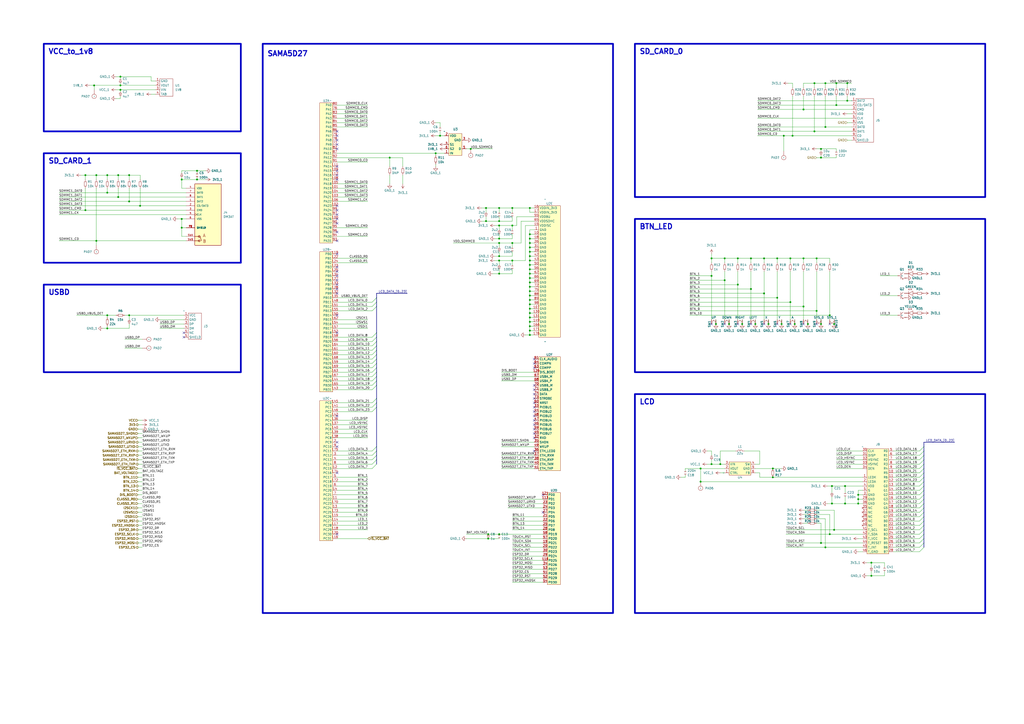
<source format=kicad_sch>
(kicad_sch (version 20230121) (generator eeschema)
  (paper "A2")
  (junction (at 54.61 49.53))
  (junction (at 68.58 101.6))
  (junction (at 443.23 170.18))
  (junction (at 448.31 271.78))
  (junction (at 74.93 116.84))
  (junction (at 283.21 309.88))
  (junction (at 417.83 269.24))
  (junction (at 420.37 149.86))
  (junction (at 497.84 292.1))
  (junction (at 105.41 127))
  (junction (at 307.34 171.45))
  (junction (at 482.6 292.1))
  (junction (at 415.29 187.96))
  (junction (at 427.99 149.86))
  (junction (at 435.61 167.64))
  (junction (at 281.94 120.65))
  (junction (at 62.23 190.5))
  (junction (at 481.33 182.88))
  (junction (at 453.39 187.96))
  (junction (at 307.34 194.31))
  (junction (at 427.99 165.1))
  (junction (at 473.71 149.86))
  (junction (at 74.93 182.88))
  (junction (at 438.15 187.96))
  (junction (at 105.41 104.14))
  (junction (at 476.25 187.96))
  (junction (at 289.56 158.75))
  (junction (at 505.46 326.39))
  (junction (at 289.56 128.27))
  (junction (at 49.53 101.6))
  (junction (at 74.93 101.6))
  (junction (at 255.27 78.74))
  (junction (at 226.06 91.44))
  (junction (at 55.88 101.6))
  (junction (at 307.34 173.99))
  (junction (at 307.34 151.13))
  (junction (at 481.33 309.88))
  (junction (at 307.34 189.23))
  (junction (at 448.31 276.86))
  (junction (at 307.34 179.07))
  (junction (at 412.75 269.24))
  (junction (at 307.34 153.67))
  (junction (at 478.79 48.26))
  (junction (at 430.53 187.96))
  (junction (at 69.85 44.45))
  (junction (at 307.34 176.53))
  (junction (at 478.79 317.5))
  (junction (at 466.09 177.8))
  (junction (at 435.61 149.86))
  (junction (at 297.18 130.81))
  (junction (at 69.85 52.07))
  (junction (at 454.66 78.74))
  (junction (at 62.23 111.76))
  (junction (at 62.23 101.6))
  (junction (at 252.73 88.9))
  (junction (at 49.53 121.92))
  (junction (at 307.34 163.83))
  (junction (at 406.4 271.78))
  (junction (at 55.88 139.7))
  (junction (at 420.37 162.56))
  (junction (at 497.84 287.02))
  (junction (at 473.71 180.34))
  (junction (at 491.49 48.26))
  (junction (at 307.34 168.91))
  (junction (at 458.47 149.86))
  (junction (at 458.47 175.26))
  (junction (at 307.34 186.69))
  (junction (at 289.56 140.97))
  (junction (at 478.79 73.66))
  (junction (at 482.6 281.94))
  (junction (at 307.34 191.77))
  (junction (at 289.56 151.13))
  (junction (at 476.25 314.96))
  (junction (at 273.05 86.36))
  (junction (at 307.34 148.59))
  (junction (at 297.18 120.65))
  (junction (at 114.3 104.14))
  (junction (at 406.4 279.4))
  (junction (at 412.75 149.86))
  (junction (at 461.01 187.96))
  (junction (at 307.34 161.29))
  (junction (at 62.23 182.88))
  (junction (at 307.34 158.75))
  (junction (at 307.34 143.51))
  (junction (at 443.23 149.86))
  (junction (at 281.94 128.27))
  (junction (at 472.44 76.2))
  (junction (at 485.14 60.96))
  (junction (at 307.34 166.37))
  (junction (at 497.84 289.56))
  (junction (at 297.18 140.97))
  (junction (at 307.34 181.61))
  (junction (at 307.34 156.21))
  (junction (at 485.14 48.26))
  (junction (at 289.56 309.88))
  (junction (at 412.75 160.02))
  (junction (at 445.77 187.96))
  (junction (at 307.34 146.05))
  (junction (at 505.46 334.01))
  (junction (at 466.09 149.86))
  (junction (at 307.34 120.65))
  (junction (at 472.44 48.26))
  (junction (at 490.22 281.94))
  (junction (at 289.56 148.59))
  (junction (at 69.85 49.53))
  (junction (at 297.18 151.13))
  (junction (at 289.56 138.43))
  (junction (at 466.09 63.5))
  (junction (at 459.74 78.74))
  (junction (at 307.34 140.97))
  (junction (at 450.85 172.72))
  (junction (at 307.34 135.89))
  (junction (at 490.22 292.1))
  (junction (at 114.3 99.06))
  (junction (at 68.58 114.3))
  (junction (at 283.21 312.42))
  (junction (at 450.85 149.86))
  (junction (at 307.34 138.43))
  (junction (at 289.56 130.81))
  (junction (at 289.56 120.65))
  (junction (at 81.28 119.38))
  (junction (at 307.34 184.15))
  (junction (at 483.87 307.34))
  (junction (at 483.87 187.96))
  (junction (at 491.49 58.42))
  (junction (at 422.91 187.96))
  (junction (at 105.41 132.08))
  (junction (at 468.63 187.96))
  (junction (at 476.25 91.44))
  (junction (at 476.25 86.36))
  (no_connect (at 309.88 241.3))
  (no_connect (at 195.58 139.7))
  (no_connect (at 195.58 78.74))
  (no_connect (at 106.68 193.04))
  (no_connect (at 450.85 187.96))
  (no_connect (at 435.61 187.96))
  (no_connect (at 309.88 246.38))
  (no_connect (at 195.58 134.62))
  (no_connect (at 309.88 233.68))
  (no_connect (at 443.23 187.96))
  (no_connect (at 195.58 193.04))
  (no_connect (at 314.96 287.02))
  (no_connect (at 195.58 101.6))
  (no_connect (at 195.58 309.88))
  (no_connect (at 309.88 231.14))
  (no_connect (at 314.96 297.18))
  (no_connect (at 195.58 83.82))
  (no_connect (at 195.58 165.1))
  (no_connect (at 309.88 213.36))
  (no_connect (at 195.58 256.54))
  (no_connect (at 195.58 86.36))
  (no_connect (at 195.58 274.32))
  (no_connect (at 195.58 167.64))
  (no_connect (at 195.58 162.56))
  (no_connect (at 195.58 147.32))
  (no_connect (at 195.58 170.18))
  (no_connect (at 309.88 254))
  (no_connect (at 195.58 81.28))
  (no_connect (at 309.88 238.76))
  (no_connect (at 481.33 187.96))
  (no_connect (at 309.88 243.84))
  (no_connect (at 195.58 129.54))
  (no_connect (at 195.58 182.88))
  (no_connect (at 195.58 76.2))
  (no_connect (at 309.88 228.6))
  (no_connect (at 473.71 187.96))
  (no_connect (at 309.88 236.22))
  (no_connect (at 195.58 124.46))
  (no_connect (at 195.58 160.02))
  (no_connect (at 420.37 187.96))
  (no_connect (at 309.88 226.06))
  (no_connect (at 309.88 261.62))
  (no_connect (at 309.88 251.46))
  (no_connect (at 466.09 187.96))
  (no_connect (at 195.58 96.52))
  (no_connect (at 458.47 187.96))
  (no_connect (at 195.58 127))
  (no_connect (at 195.58 119.38))
  (no_connect (at 195.58 99.06))
  (no_connect (at 195.58 154.94))
  (no_connect (at 195.58 121.92))
  (no_connect (at 106.68 195.58))
  (no_connect (at 412.75 187.96))
  (no_connect (at 427.99 187.96))
  (no_connect (at 195.58 157.48))
  (no_connect (at 309.88 208.28))
  (no_connect (at 309.88 248.92))
  (no_connect (at 195.58 241.3))
  (no_connect (at 195.58 259.08))
  (no_connect (at 309.88 210.82))
  (no_connect (at 309.88 223.52))
  (no_connect (at 195.58 104.14))
  (bus_entry (at 533.4 261.62) (size 2.54 -2.54))
  (bus_entry (at 215.9 213.36) (size 2.54 -2.54))
  (bus_entry (at 215.9 203.2) (size 2.54 -2.54))
  (bus_entry (at 215.9 175.26) (size 2.54 -2.54))
  (bus_entry (at 215.9 200.66) (size 2.54 -2.54))
  (bus_entry (at 533.4 266.7) (size 2.54 -2.54))
  (bus_entry (at 533.4 317.5) (size 2.54 -2.54))
  (bus_entry (at 215.9 233.68) (size 2.54 -2.54))
  (bus_entry (at 533.4 314.96) (size 2.54 -2.54))
  (bus_entry (at 533.4 297.18) (size 2.54 -2.54))
  (bus_entry (at 533.4 264.16) (size 2.54 -2.54))
  (bus_entry (at 215.9 195.58) (size 2.54 -2.54))
  (bus_entry (at 533.4 287.02) (size 2.54 -2.54))
  (bus_entry (at 533.4 279.4) (size 2.54 -2.54))
  (bus_entry (at 533.4 309.88) (size 2.54 -2.54))
  (bus_entry (at 215.9 226.06) (size 2.54 -2.54))
  (bus_entry (at 533.4 271.78) (size 2.54 -2.54))
  (bus_entry (at 215.9 180.34) (size 2.54 -2.54))
  (bus_entry (at 533.4 269.24) (size 2.54 -2.54))
  (bus_entry (at 215.9 261.62) (size 2.54 -2.54))
  (bus_entry (at 533.4 320.04) (size 2.54 -2.54))
  (bus_entry (at 533.4 284.48) (size 2.54 -2.54))
  (bus_entry (at 215.9 269.24) (size 2.54 -2.54))
  (bus_entry (at 533.4 294.64) (size 2.54 -2.54))
  (bus_entry (at 533.4 302.26) (size 2.54 -2.54))
  (bus_entry (at 215.9 220.98) (size 2.54 -2.54))
  (bus_entry (at 215.9 266.7) (size 2.54 -2.54))
  (bus_entry (at 215.9 223.52) (size 2.54 -2.54))
  (bus_entry (at 215.9 215.9) (size 2.54 -2.54))
  (bus_entry (at 215.9 271.78) (size 2.54 -2.54))
  (bus_entry (at 533.4 274.32) (size 2.54 -2.54))
  (bus_entry (at 215.9 205.74) (size 2.54 -2.54))
  (bus_entry (at 533.4 299.72) (size 2.54 -2.54))
  (bus_entry (at 215.9 238.76) (size 2.54 -2.54))
  (bus_entry (at 533.4 312.42) (size 2.54 -2.54))
  (bus_entry (at 533.4 304.8) (size 2.54 -2.54))
  (bus_entry (at 533.4 307.34) (size 2.54 -2.54))
  (bus_entry (at 215.9 208.28) (size 2.54 -2.54))
  (bus_entry (at 215.9 218.44) (size 2.54 -2.54))
  (bus_entry (at 215.9 210.82) (size 2.54 -2.54))
  (bus_entry (at 215.9 177.8) (size 2.54 -2.54))
  (bus_entry (at 533.4 292.1) (size 2.54 -2.54))
  (bus_entry (at 215.9 264.16) (size 2.54 -2.54))
  (bus_entry (at 533.4 281.94) (size 2.54 -2.54))
  (bus_entry (at 215.9 236.22) (size 2.54 -2.54))
  (bus_entry (at 215.9 198.12) (size 2.54 -2.54))
  (bus_entry (at 533.4 289.56) (size 2.54 -2.54))
  (bus_entry (at 533.4 276.86) (size 2.54 -2.54))
  (wire (pts (xy 500.38 287.02) (xy 497.84 287.02)))
  (wire (pts (xy 518.16 261.62) (xy 533.4 261.62)))
  (wire (pts (xy 69.85 49.53) (xy 90.17 49.53)))
  (wire (pts (xy 491.49 81.28) (xy 494.03 81.28)))
  (wire (pts (xy 466.09 149.86) (xy 466.09 152.4)))
  (wire (pts (xy 483.87 307.34) (xy 500.38 307.34)))
  (bus (pts (xy 535.94 259.08) (xy 535.94 256.54)))
  (wire (pts (xy 307.34 176.53) (xy 309.88 176.53)))
  (wire (pts (xy 55.88 101.6) (xy 55.88 104.14)))
  (bus (pts (xy 218.44 198.12) (xy 218.44 200.66)))
  (wire (pts (xy 297.18 332.74) (xy 314.96 332.74)))
  (wire (pts (xy 105.41 132.08) (xy 107.95 132.08)))
  (wire (pts (xy 480.06 281.94) (xy 482.6 281.94)))
  (wire (pts (xy 473.71 86.36) (xy 476.25 86.36)))
  (wire (pts (xy 482.6 281.94) (xy 482.6 285.75)))
  (wire (pts (xy 304.8 151.13) (xy 297.18 151.13)))
  (wire (pts (xy 297.18 327.66) (xy 314.96 327.66)))
  (wire (pts (xy 80.01 309.88) (xy 82.55 309.88)))
  (wire (pts (xy 80.01 304.8) (xy 82.55 304.8)))
  (wire (pts (xy 279.4 120.65) (xy 281.94 120.65)))
  (wire (pts (xy 443.23 170.18) (xy 443.23 185.42)))
  (wire (pts (xy 400.05 162.56) (xy 420.37 162.56)))
  (wire (pts (xy 307.34 163.83) (xy 307.34 166.37)))
  (wire (pts (xy 195.58 302.26) (xy 213.36 302.26)))
  (bus (pts (xy 218.44 172.72) (xy 218.44 170.18)))
  (wire (pts (xy 195.58 223.52) (xy 215.9 223.52)))
  (wire (pts (xy 458.47 157.48) (xy 458.47 175.26)))
  (wire (pts (xy 195.58 307.34) (xy 213.36 307.34)))
  (wire (pts (xy 195.58 152.4) (xy 213.36 152.4)))
  (wire (pts (xy 439.42 63.5) (xy 466.09 63.5)))
  (wire (pts (xy 481.33 309.88) (xy 500.38 309.88)))
  (wire (pts (xy 307.34 148.59) (xy 309.88 148.59)))
  (wire (pts (xy 297.18 120.65) (xy 307.34 120.65)))
  (wire (pts (xy 307.34 140.97) (xy 307.34 138.43)))
  (wire (pts (xy 415.29 187.96) (xy 415.29 185.42)))
  (wire (pts (xy 430.53 187.96) (xy 430.53 185.42)))
  (bus (pts (xy 535.94 299.72) (xy 535.94 302.26)))
  (wire (pts (xy 195.58 106.68) (xy 213.36 106.68)))
  (wire (pts (xy 195.58 68.58) (xy 213.36 68.58)))
  (wire (pts (xy 307.34 158.75) (xy 309.88 158.75)))
  (wire (pts (xy 252.73 78.74) (xy 255.27 78.74)))
  (wire (pts (xy 114.3 99.06) (xy 119.38 99.06)))
  (wire (pts (xy 62.23 190.5) (xy 74.93 190.5)))
  (bus (pts (xy 218.44 215.9) (xy 218.44 218.44)))
  (wire (pts (xy 226.06 101.6) (xy 226.06 106.68)))
  (wire (pts (xy 281.94 125.73) (xy 281.94 128.27)))
  (wire (pts (xy 307.34 184.15) (xy 309.88 184.15)))
  (wire (pts (xy 68.58 109.22) (xy 68.58 114.3)))
  (wire (pts (xy 485.14 271.78) (xy 500.38 271.78)))
  (wire (pts (xy 412.75 160.02) (xy 412.75 185.42)))
  (wire (pts (xy 454.66 78.74) (xy 454.66 87.63)))
  (wire (pts (xy 400.05 160.02) (xy 412.75 160.02)))
  (wire (pts (xy 307.34 189.23) (xy 309.88 189.23)))
  (wire (pts (xy 195.58 175.26) (xy 215.9 175.26)))
  (wire (pts (xy 466.09 177.8) (xy 466.09 185.42)))
  (wire (pts (xy 490.22 281.94) (xy 490.22 285.75)))
  (bus (pts (xy 218.44 210.82) (xy 218.44 213.36)))
  (wire (pts (xy 438.15 187.96) (xy 438.15 185.42)))
  (wire (pts (xy 476.25 314.96) (xy 500.38 314.96)))
  (wire (pts (xy 450.85 172.72) (xy 450.85 185.42)))
  (wire (pts (xy 289.56 140.97) (xy 289.56 143.51)))
  (wire (pts (xy 518.16 266.7) (xy 533.4 266.7)))
  (wire (pts (xy 80.01 279.4) (xy 82.55 279.4)))
  (wire (pts (xy 195.58 187.96) (xy 213.36 187.96)))
  (wire (pts (xy 69.85 55.88) (xy 69.85 57.15)))
  (wire (pts (xy 62.23 111.76) (xy 107.95 111.76)))
  (wire (pts (xy 74.93 182.88) (xy 74.93 185.42)))
  (wire (pts (xy 307.34 158.75) (xy 307.34 161.29)))
  (bus (pts (xy 535.94 314.96) (xy 535.94 317.5)))
  (wire (pts (xy 450.85 149.86) (xy 450.85 152.4)))
  (wire (pts (xy 68.58 101.6) (xy 68.58 104.14)))
  (wire (pts (xy 195.58 251.46) (xy 213.36 251.46)))
  (wire (pts (xy 518.16 297.18) (xy 533.4 297.18)))
  (wire (pts (xy 44.45 182.88) (xy 62.23 182.88)))
  (wire (pts (xy 304.8 130.81) (xy 304.8 151.13)))
  (wire (pts (xy 105.41 137.16) (xy 105.41 132.08)))
  (bus (pts (xy 535.94 276.86) (xy 535.94 279.4)))
  (wire (pts (xy 87.63 44.45) (xy 87.63 46.99)))
  (wire (pts (xy 476.25 86.36) (xy 476.25 87.63)))
  (wire (pts (xy 290.83 259.08) (xy 309.88 259.08)))
  (wire (pts (xy 62.23 101.6) (xy 62.23 104.14)))
  (wire (pts (xy 473.71 149.86) (xy 473.71 152.4)))
  (wire (pts (xy 80.01 314.96) (xy 82.55 314.96)))
  (wire (pts (xy 92.71 190.5) (xy 106.68 190.5)))
  (wire (pts (xy 195.58 93.98) (xy 213.36 93.98)))
  (wire (pts (xy 476.25 185.42) (xy 476.25 187.96)))
  (wire (pts (xy 307.34 181.61) (xy 307.34 184.15)))
  (bus (pts (xy 535.94 284.48) (xy 535.94 287.02)))
  (wire (pts (xy 439.42 73.66) (xy 478.79 73.66)))
  (wire (pts (xy 397.51 273.05) (xy 397.51 271.78)))
  (wire (pts (xy 80.01 294.64) (xy 82.55 294.64)))
  (wire (pts (xy 80.01 274.32) (xy 82.55 274.32)))
  (wire (pts (xy 195.58 294.64) (xy 213.36 294.64)))
  (bus (pts (xy 535.94 309.88) (xy 535.94 312.42)))
  (wire (pts (xy 195.58 109.22) (xy 213.36 109.22)))
  (wire (pts (xy 54.61 49.53) (xy 69.85 49.53)))
  (wire (pts (xy 518.16 289.56) (xy 533.4 289.56)))
  (wire (pts (xy 69.85 57.15) (xy 67.31 57.15)))
  (wire (pts (xy 518.16 302.26) (xy 533.4 302.26)))
  (bus (pts (xy 218.44 266.7) (xy 218.44 269.24)))
  (wire (pts (xy 440.69 269.24) (xy 440.69 261.62)))
  (wire (pts (xy 195.58 63.5) (xy 213.36 63.5)))
  (wire (pts (xy 92.71 185.42) (xy 106.68 185.42)))
  (bus (pts (xy 218.44 175.26) (xy 218.44 177.8)))
  (wire (pts (xy 80.01 287.02) (xy 82.55 287.02)))
  (wire (pts (xy 290.83 264.16) (xy 309.88 264.16)))
  (wire (pts (xy 302.26 140.97) (xy 302.26 128.27)))
  (wire (pts (xy 307.34 194.31) (xy 307.34 191.77)))
  (wire (pts (xy 307.34 166.37) (xy 309.88 166.37)))
  (wire (pts (xy 297.18 337.82) (xy 314.96 337.82)))
  (wire (pts (xy 505.46 326.39) (xy 505.46 328.93)))
  (wire (pts (xy 74.93 109.22) (xy 74.93 116.84)))
  (wire (pts (xy 49.53 121.92) (xy 107.95 121.92)))
  (wire (pts (xy 226.06 91.44) (xy 233.68 91.44)))
  (wire (pts (xy 297.18 128.27) (xy 297.18 125.73)))
  (wire (pts (xy 255.27 78.74) (xy 257.81 78.74)))
  (wire (pts (xy 455.93 309.88) (xy 481.33 309.88)))
  (wire (pts (xy 478.79 73.66) (xy 478.79 55.88)))
  (wire (pts (xy 195.58 210.82) (xy 215.9 210.82)))
  (wire (pts (xy 472.44 48.26) (xy 472.44 50.8)))
  (wire (pts (xy 114.3 104.14) (xy 105.41 104.14)))
  (bus (pts (xy 218.44 233.68) (xy 218.44 236.22)))
  (wire (pts (xy 473.71 157.48) (xy 473.71 180.34)))
  (wire (pts (xy 105.41 99.06) (xy 114.3 99.06)))
  (wire (pts (xy 400.05 165.1) (xy 427.99 165.1)))
  (wire (pts (xy 400.05 170.18) (xy 443.23 170.18)))
  (wire (pts (xy 87.63 46.99) (xy 90.17 46.99)))
  (wire (pts (xy 491.49 48.26) (xy 485.14 48.26)))
  (wire (pts (xy 195.58 281.94) (xy 213.36 281.94)))
  (wire (pts (xy 62.23 182.88) (xy 67.31 182.88)))
  (wire (pts (xy 46.99 101.6) (xy 49.53 101.6)))
  (wire (pts (xy 478.79 300.99) (xy 478.79 317.5)))
  (wire (pts (xy 518.16 284.48) (xy 533.4 284.48)))
  (wire (pts (xy 307.34 156.21) (xy 307.34 158.75)))
  (wire (pts (xy 459.74 78.74) (xy 459.74 55.88)))
  (wire (pts (xy 69.85 44.45) (xy 69.85 45.72)))
  (wire (pts (xy 255.27 71.12) (xy 255.27 73.66)))
  (bus (pts (xy 535.94 266.7) (xy 535.94 269.24)))
  (wire (pts (xy 285.75 158.75) (xy 289.56 158.75)))
  (wire (pts (xy 102.87 127) (xy 105.41 127)))
  (wire (pts (xy 287.02 138.43) (xy 289.56 138.43)))
  (wire (pts (xy 80.01 259.08) (xy 82.55 259.08)))
  (wire (pts (xy 304.8 130.81) (xy 309.88 130.81)))
  (wire (pts (xy 80.01 269.24) (xy 82.55 269.24)))
  (wire (pts (xy 439.42 68.58) (xy 494.03 68.58)))
  (wire (pts (xy 195.58 287.02) (xy 213.36 287.02)))
  (wire (pts (xy 297.18 138.43) (xy 297.18 135.89)))
  (wire (pts (xy 400.05 177.8) (xy 466.09 177.8)))
  (wire (pts (xy 226.06 96.52) (xy 226.06 91.44)))
  (wire (pts (xy 195.58 218.44) (xy 215.9 218.44)))
  (wire (pts (xy 400.05 182.88) (xy 481.33 182.88)))
  (wire (pts (xy 513.08 326.39) (xy 513.08 328.93)))
  (wire (pts (xy 68.58 114.3) (xy 107.95 114.3)))
  (wire (pts (xy 466.09 300.99) (xy 468.63 300.99)))
  (wire (pts (xy 400.05 167.64) (xy 435.61 167.64)))
  (wire (pts (xy 481.33 298.45) (xy 481.33 309.88)))
  (wire (pts (xy 438.15 274.32) (xy 440.69 274.32)))
  (wire (pts (xy 252.73 71.12) (xy 255.27 71.12)))
  (wire (pts (xy 307.34 151.13) (xy 307.34 153.67)))
  (wire (pts (xy 490.22 288.29) (xy 490.22 292.1)))
  (wire (pts (xy 466.09 303.53) (xy 468.63 303.53)))
  (wire (pts (xy 494.03 58.42) (xy 491.49 58.42)))
  (wire (pts (xy 307.34 184.15) (xy 307.34 186.69)))
  (wire (pts (xy 458.47 149.86) (xy 466.09 149.86)))
  (wire (pts (xy 262.89 140.97) (xy 289.56 140.97)))
  (wire (pts (xy 445.77 187.96) (xy 445.77 185.42)))
  (wire (pts (xy 72.39 201.93) (xy 82.55 201.93)))
  (wire (pts (xy 74.93 101.6) (xy 74.93 104.14)))
  (wire (pts (xy 420.37 162.56) (xy 420.37 185.42)))
  (wire (pts (xy 518.16 307.34) (xy 533.4 307.34)))
  (wire (pts (xy 513.08 334.01) (xy 513.08 331.47)))
  (wire (pts (xy 279.4 128.27) (xy 281.94 128.27)))
  (wire (pts (xy 473.71 180.34) (xy 473.71 185.42)))
  (wire (pts (xy 307.34 120.65) (xy 309.88 120.65)))
  (wire (pts (xy 440.69 276.86) (xy 448.31 276.86)))
  (wire (pts (xy 448.31 271.78) (xy 453.39 271.78)))
  (wire (pts (xy 481.33 157.48) (xy 481.33 182.88)))
  (wire (pts (xy 297.18 320.04) (xy 314.96 320.04)))
  (wire (pts (xy 49.53 101.6) (xy 49.53 104.14)))
  (wire (pts (xy 410.21 269.24) (xy 412.75 269.24)))
  (wire (pts (xy 195.58 203.2) (xy 215.9 203.2)))
  (wire (pts (xy 307.34 135.89) (xy 309.88 135.89)))
  (wire (pts (xy 195.58 195.58) (xy 215.9 195.58)))
  (wire (pts (xy 483.87 295.91) (xy 483.87 307.34)))
  (wire (pts (xy 273.05 86.36) (xy 285.75 86.36)))
  (wire (pts (xy 55.88 109.22) (xy 55.88 139.7)))
  (wire (pts (xy 412.75 149.86) (xy 412.75 152.4)))
  (wire (pts (xy 283.21 312.42) (xy 289.56 312.42)))
  (wire (pts (xy 297.18 317.5) (xy 314.96 317.5)))
  (wire (pts (xy 502.92 326.39) (xy 505.46 326.39)))
  (wire (pts (xy 448.31 276.86) (xy 500.38 276.86)))
  (wire (pts (xy 297.18 330.2) (xy 314.96 330.2)))
  (wire (pts (xy 195.58 264.16) (xy 215.9 264.16)))
  (wire (pts (xy 435.61 167.64) (xy 435.61 185.42)))
  (wire (pts (xy 485.14 264.16) (xy 500.38 264.16)))
  (wire (pts (xy 518.16 287.02) (xy 533.4 287.02)))
  (wire (pts (xy 80.01 284.48) (xy 82.55 284.48)))
  (wire (pts (xy 476.25 91.44) (xy 485.14 91.44)))
  (wire (pts (xy 195.58 172.72) (xy 213.36 172.72)))
  (wire (pts (xy 518.16 269.24) (xy 533.4 269.24)))
  (wire (pts (xy 397.51 276.86) (xy 397.51 275.59)))
  (wire (pts (xy 485.14 86.36) (xy 485.14 87.63)))
  (wire (pts (xy 290.83 218.44) (xy 309.88 218.44)))
  (wire (pts (xy 287.02 130.81) (xy 289.56 130.81)))
  (wire (pts (xy 297.18 302.26) (xy 314.96 302.26)))
  (wire (pts (xy 80.01 317.5) (xy 82.55 317.5)))
  (wire (pts (xy 195.58 233.68) (xy 215.9 233.68)))
  (wire (pts (xy 297.18 133.35) (xy 297.18 130.81)))
  (wire (pts (xy 309.88 143.51) (xy 307.34 143.51)))
  (wire (pts (xy 289.56 125.73) (xy 289.56 128.27)))
  (wire (pts (xy 270.51 312.42) (xy 283.21 312.42)))
  (wire (pts (xy 289.56 130.81) (xy 289.56 133.35)))
  (wire (pts (xy 290.83 215.9) (xy 309.88 215.9)))
  (wire (pts (xy 195.58 284.48) (xy 213.36 284.48)))
  (wire (pts (xy 106.68 182.88) (xy 74.93 182.88)))
  (wire (pts (xy 195.58 271.78) (xy 215.9 271.78)))
  (bus (pts (xy 218.44 203.2) (xy 218.44 205.74)))
  (wire (pts (xy 307.34 133.35) (xy 309.88 133.35)))
  (wire (pts (xy 294.64 294.64) (xy 314.96 294.64)))
  (wire (pts (xy 443.23 149.86) (xy 443.23 152.4)))
  (wire (pts (xy 195.58 116.84) (xy 213.36 116.84)))
  (wire (pts (xy 290.83 269.24) (xy 309.88 269.24)))
  (wire (pts (xy 195.58 185.42) (xy 213.36 185.42)))
  (wire (pts (xy 297.18 158.75) (xy 297.18 156.21)))
  (wire (pts (xy 438.15 271.78) (xy 448.31 271.78)))
  (wire (pts (xy 461.01 187.96) (xy 461.01 185.42)))
  (bus (pts (xy 535.94 271.78) (xy 535.94 274.32)))
  (bus (pts (xy 218.44 200.66) (xy 218.44 203.2)))
  (wire (pts (xy 307.34 166.37) (xy 307.34 168.91)))
  (wire (pts (xy 476.25 303.53) (xy 476.25 314.96)))
  (wire (pts (xy 485.14 60.96) (xy 485.14 55.88)))
  (bus (pts (xy 535.94 274.32) (xy 535.94 276.86)))
  (wire (pts (xy 233.68 101.6) (xy 233.68 106.68)))
  (wire (pts (xy 195.58 248.92) (xy 213.36 248.92)))
  (wire (pts (xy 289.56 151.13) (xy 297.18 151.13)))
  (wire (pts (xy 491.49 58.42) (xy 491.49 55.88)))
  (wire (pts (xy 307.34 181.61) (xy 309.88 181.61)))
  (wire (pts (xy 505.46 334.01) (xy 505.46 331.47)))
  (wire (pts (xy 195.58 198.12) (xy 215.9 198.12)))
  (wire (pts (xy 74.93 190.5) (xy 74.93 187.96)))
  (wire (pts (xy 307.34 161.29) (xy 309.88 161.29)))
  (wire (pts (xy 195.58 91.44) (xy 226.06 91.44)))
  (wire (pts (xy 443.23 157.48) (xy 443.23 170.18)))
  (wire (pts (xy 427.99 157.48) (xy 427.99 165.1)))
  (wire (pts (xy 195.58 220.98) (xy 215.9 220.98)))
  (wire (pts (xy 252.73 95.25) (xy 252.73 96.52)))
  (wire (pts (xy 518.16 279.4) (xy 533.4 279.4)))
  (wire (pts (xy 439.42 60.96) (xy 485.14 60.96)))
  (wire (pts (xy 54.61 49.53) (xy 54.61 52.07)))
  (wire (pts (xy 80.01 266.7) (xy 82.55 266.7)))
  (bus (pts (xy 535.94 269.24) (xy 535.94 271.78)))
  (wire (pts (xy 195.58 276.86) (xy 213.36 276.86)))
  (bus (pts (xy 218.44 177.8) (xy 218.44 193.04)))
  (wire (pts (xy 297.18 312.42) (xy 314.96 312.42)))
  (bus (pts (xy 535.94 294.64) (xy 535.94 297.18)))
  (wire (pts (xy 497.84 284.48) (xy 497.84 287.02)))
  (wire (pts (xy 455.93 317.5) (xy 478.79 317.5)))
  (wire (pts (xy 497.84 287.02) (xy 497.84 289.56)))
  (wire (pts (xy 478.79 48.26) (xy 472.44 48.26)))
  (wire (pts (xy 476.25 86.36) (xy 485.14 86.36)))
  (wire (pts (xy 252.73 90.17) (xy 252.73 88.9)))
  (wire (pts (xy 314.96 307.34) (xy 297.18 307.34)))
  (wire (pts (xy 270.51 86.36) (xy 273.05 86.36)))
  (wire (pts (xy 476.25 90.17) (xy 476.25 91.44)))
  (wire (pts (xy 473.71 298.45) (xy 481.33 298.45)))
  (wire (pts (xy 497.84 289.56) (xy 500.38 289.56)))
  (wire (pts (xy 417.83 261.62) (xy 417.83 269.24)))
  (wire (pts (xy 483.87 185.42) (xy 483.87 187.96)))
  (wire (pts (xy 406.4 271.78) (xy 406.4 279.4)))
  (wire (pts (xy 289.56 309.88) (xy 314.96 309.88)))
  (bus (pts (xy 535.94 261.62) (xy 535.94 264.16)))
  (wire (pts (xy 518.16 281.94) (xy 533.4 281.94)))
  (wire (pts (xy 406.4 271.78) (xy 420.37 271.78)))
  (wire (pts (xy 74.93 101.6) (xy 81.28 101.6)))
  (wire (pts (xy 55.88 139.7) (xy 107.95 139.7)))
  (wire (pts (xy 307.34 156.21) (xy 309.88 156.21)))
  (wire (pts (xy 518.16 292.1) (xy 533.4 292.1)))
  (wire (pts (xy 195.58 292.1) (xy 213.36 292.1)))
  (bus (pts (xy 218.44 261.62) (xy 218.44 264.16)))
  (wire (pts (xy 412.75 147.32) (xy 412.75 149.86)))
  (wire (pts (xy 195.58 289.56) (xy 213.36 289.56)))
  (wire (pts (xy 80.01 248.92) (xy 82.55 248.92)))
  (wire (pts (xy 307.34 161.29) (xy 307.34 163.83)))
  (wire (pts (xy 307.34 163.83) (xy 309.88 163.83)))
  (wire (pts (xy 472.44 48.26) (xy 466.09 48.26)))
  (wire (pts (xy 307.34 146.05) (xy 309.88 146.05)))
  (bus (pts (xy 218.44 264.16) (xy 218.44 266.7)))
  (wire (pts (xy 81.28 119.38) (xy 107.95 119.38)))
  (wire (pts (xy 450.85 157.48) (xy 450.85 172.72)))
  (wire (pts (xy 473.71 295.91) (xy 483.87 295.91)))
  (wire (pts (xy 105.41 100.33) (xy 105.41 99.06)))
  (wire (pts (xy 485.14 48.26) (xy 478.79 48.26)))
  (wire (pts (xy 80.01 261.62) (xy 82.55 261.62)))
  (wire (pts (xy 34.29 114.3) (xy 68.58 114.3)))
  (wire (pts (xy 69.85 52.07) (xy 90.17 52.07)))
  (wire (pts (xy 440.69 261.62) (xy 431.8 261.62)))
  (bus (pts (xy 218.44 259.08) (xy 218.44 261.62)))
  (wire (pts (xy 105.41 127) (xy 105.41 132.08)))
  (wire (pts (xy 80.01 299.72) (xy 82.55 299.72)))
  (wire (pts (xy 427.99 149.86) (xy 435.61 149.86)))
  (wire (pts (xy 466.09 149.86) (xy 473.71 149.86)))
  (wire (pts (xy 80.01 256.54) (xy 82.55 256.54)))
  (wire (pts (xy 195.58 236.22) (xy 215.9 236.22)))
  (bus (pts (xy 535.94 256.54) (xy 553.72 256.54)))
  (bus (pts (xy 218.44 205.74) (xy 218.44 208.28)))
  (wire (pts (xy 466.09 157.48) (xy 466.09 177.8)))
  (bus (pts (xy 535.94 289.56) (xy 535.94 292.1)))
  (wire (pts (xy 255.27 76.2) (xy 255.27 78.74)))
  (wire (pts (xy 80.01 307.34) (xy 82.55 307.34)))
  (wire (pts (xy 307.34 191.77) (xy 309.88 191.77)))
  (wire (pts (xy 55.88 101.6) (xy 62.23 101.6)))
  (wire (pts (xy 297.18 140.97) (xy 297.18 143.51)))
  (wire (pts (xy 287.02 151.13) (xy 289.56 151.13)))
  (wire (pts (xy 466.09 295.91) (xy 468.63 295.91)))
  (wire (pts (xy 299.72 125.73) (xy 309.88 125.73)))
  (wire (pts (xy 290.83 220.98) (xy 309.88 220.98)))
  (bus (pts (xy 218.44 170.18) (xy 236.22 170.18)))
  (wire (pts (xy 491.49 66.04) (xy 494.03 66.04)))
  (wire (pts (xy 67.31 44.45) (xy 69.85 44.45)))
  (wire (pts (xy 491.49 71.12) (xy 494.03 71.12)))
  (wire (pts (xy 458.47 175.26) (xy 458.47 185.42)))
  (wire (pts (xy 443.23 149.86) (xy 450.85 149.86)))
  (wire (pts (xy 466.09 48.26) (xy 466.09 50.8)))
  (wire (pts (xy 80.01 264.16) (xy 82.55 264.16)))
  (wire (pts (xy 34.29 111.76) (xy 62.23 111.76)))
  (wire (pts (xy 420.37 149.86) (xy 420.37 152.4)))
  (wire (pts (xy 417.83 269.24) (xy 420.37 269.24)))
  (wire (pts (xy 297.18 123.19) (xy 297.18 120.65)))
  (wire (pts (xy 290.83 256.54) (xy 309.88 256.54)))
  (bus (pts (xy 535.94 304.8) (xy 535.94 307.34)))
  (wire (pts (xy 458.47 149.86) (xy 458.47 152.4)))
  (wire (pts (xy 80.01 281.94) (xy 82.55 281.94)))
  (wire (pts (xy 289.56 138.43) (xy 297.18 138.43)))
  (wire (pts (xy 80.01 254) (xy 82.55 254)))
  (wire (pts (xy 412.75 149.86) (xy 420.37 149.86)))
  (wire (pts (xy 485.14 269.24) (xy 500.38 269.24)))
  (wire (pts (xy 307.34 148.59) (xy 307.34 151.13)))
  (wire (pts (xy 105.41 109.22) (xy 107.95 109.22)))
  (wire (pts (xy 500.38 284.48) (xy 497.84 284.48)))
  (wire (pts (xy 290.83 271.78) (xy 309.88 271.78)))
  (wire (pts (xy 80.01 243.84) (xy 82.55 243.84)))
  (wire (pts (xy 195.58 177.8) (xy 215.9 177.8)))
  (wire (pts (xy 518.16 294.64) (xy 533.4 294.64)))
  (wire (pts (xy 439.42 58.42) (xy 491.49 58.42)))
  (wire (pts (xy 80.01 297.18) (xy 82.55 297.18)))
  (wire (pts (xy 482.6 281.94) (xy 490.22 281.94)))
  (wire (pts (xy 297.18 325.12) (xy 314.96 325.12)))
  (wire (pts (xy 297.18 335.28) (xy 314.96 335.28)))
  (wire (pts (xy 195.58 261.62) (xy 215.9 261.62)))
  (wire (pts (xy 59.69 190.5) (xy 62.23 190.5)))
  (wire (pts (xy 304.8 194.31) (xy 307.34 194.31)))
  (wire (pts (xy 297.18 130.81) (xy 299.72 130.81)))
  (wire (pts (xy 309.88 123.19) (xy 307.34 123.19)))
  (wire (pts (xy 80.01 302.26) (xy 82.55 302.26)))
  (wire (pts (xy 394.97 276.86) (xy 397.51 276.86)))
  (wire (pts (xy 309.88 186.69) (xy 307.34 186.69)))
  (bus (pts (xy 218.44 208.28) (xy 218.44 210.82)))
  (wire (pts (xy 195.58 66.04) (xy 213.36 66.04)))
  (wire (pts (xy 494.03 60.96) (xy 485.14 60.96)))
  (wire (pts (xy 195.58 238.76) (xy 215.9 238.76)))
  (wire (pts (xy 518.16 276.86) (xy 533.4 276.86)))
  (wire (pts (xy 105.41 127) (xy 107.95 127)))
  (wire (pts (xy 114.3 102.87) (xy 114.3 104.14)))
  (wire (pts (xy 74.93 116.84) (xy 107.95 116.84)))
  (wire (pts (xy 289.56 130.81) (xy 297.18 130.81)))
  (wire (pts (xy 52.07 49.53) (xy 54.61 49.53)))
  (wire (pts (xy 307.34 168.91) (xy 307.34 171.45)))
  (wire (pts (xy 435.61 149.86) (xy 435.61 152.4)))
  (wire (pts (xy 473.71 149.86) (xy 481.33 149.86)))
  (wire (pts (xy 195.58 266.7) (xy 215.9 266.7)))
  (wire (pts (xy 518.16 271.78) (xy 533.4 271.78)))
  (wire (pts (xy 439.42 78.74) (xy 454.66 78.74)))
  (wire (pts (xy 466.09 298.45) (xy 468.63 298.45)))
  (wire (pts (xy 297.18 140.97) (xy 302.26 140.97)))
  (wire (pts (xy 307.34 173.99) (xy 307.34 176.53)))
  (wire (pts (xy 34.29 139.7) (xy 55.88 139.7)))
  (wire (pts (xy 485.14 266.7) (xy 500.38 266.7)))
  (wire (pts (xy 412.75 269.24) (xy 412.75 266.7)))
  (wire (pts (xy 518.16 304.8) (xy 533.4 304.8)))
  (wire (pts (xy 406.4 279.4) (xy 500.38 279.4)))
  (wire (pts (xy 497.84 292.1) (xy 500.38 292.1)))
  (wire (pts (xy 80.01 312.42) (xy 82.55 312.42)))
  (wire (pts (xy 252.73 88.9) (xy 257.81 88.9)))
  (wire (pts (xy 62.23 184.15) (xy 62.23 182.88)))
  (bus (pts (xy 218.44 193.04) (xy 218.44 195.58)))
  (wire (pts (xy 307.34 123.19) (xy 307.34 120.65)))
  (wire (pts (xy 195.58 71.12) (xy 213.36 71.12)))
  (wire (pts (xy 497.84 289.56) (xy 497.84 292.1)))
  (bus (pts (xy 535.94 279.4) (xy 535.94 281.94)))
  (bus (pts (xy 218.44 218.44) (xy 218.44 220.98)))
  (wire (pts (xy 307.34 171.45) (xy 309.88 171.45)))
  (wire (pts (xy 459.74 48.26) (xy 459.74 50.8)))
  (wire (pts (xy 289.56 138.43) (xy 289.56 135.89)))
  (wire (pts (xy 482.6 292.1) (xy 490.22 292.1)))
  (wire (pts (xy 480.06 292.1) (xy 482.6 292.1)))
  (wire (pts (xy 412.75 261.62) (xy 412.75 264.16)))
  (wire (pts (xy 307.34 143.51) (xy 307.34 146.05)))
  (bus (pts (xy 535.94 302.26) (xy 535.94 304.8)))
  (wire (pts (xy 287.02 148.59) (xy 289.56 148.59)))
  (wire (pts (xy 307.34 171.45) (xy 307.34 173.99)))
  (wire (pts (xy 195.58 226.06) (xy 215.9 226.06)))
  (wire (pts (xy 473.71 300.99) (xy 478.79 300.99)))
  (bus (pts (xy 218.44 231.14) (xy 218.44 233.68)))
  (wire (pts (xy 195.58 246.38) (xy 213.36 246.38)))
  (wire (pts (xy 80.01 276.86) (xy 82.55 276.86)))
  (wire (pts (xy 473.71 303.53) (xy 476.25 303.53)))
  (wire (pts (xy 307.34 179.07) (xy 307.34 181.61)))
  (wire (pts (xy 34.29 119.38) (xy 81.28 119.38)))
  (wire (pts (xy 68.58 101.6) (xy 74.93 101.6)))
  (wire (pts (xy 69.85 48.26) (xy 69.85 49.53)))
  (wire (pts (xy 107.95 137.16) (xy 105.41 137.16)))
  (wire (pts (xy 80.01 289.56) (xy 82.55 289.56)))
  (wire (pts (xy 435.61 157.48) (xy 435.61 167.64)))
  (wire (pts (xy 400.05 175.26) (xy 458.47 175.26)))
  (wire (pts (xy 397.51 271.78) (xy 406.4 271.78)))
  (wire (pts (xy 289.56 120.65) (xy 289.56 123.19)))
  (bus (pts (xy 218.44 172.72) (xy 218.44 175.26)))
  (wire (pts (xy 400.05 172.72) (xy 450.85 172.72)))
  (wire (pts (xy 307.34 140.97) (xy 307.34 143.51)))
  (wire (pts (xy 427.99 165.1) (xy 427.99 185.42)))
  (bus (pts (xy 218.44 213.36) (xy 218.44 215.9)))
  (wire (pts (xy 427.99 149.86) (xy 427.99 152.4)))
  (wire (pts (xy 290.83 266.7) (xy 309.88 266.7)))
  (wire (pts (xy 494.03 63.5) (xy 466.09 63.5)))
  (wire (pts (xy 299.72 130.81) (xy 299.72 125.73)))
  (wire (pts (xy 485.14 261.62) (xy 500.38 261.62)))
  (wire (pts (xy 195.58 88.9) (xy 252.73 88.9)))
  (wire (pts (xy 195.58 304.8) (xy 213.36 304.8)))
  (wire (pts (xy 55.88 139.7) (xy 55.88 142.24)))
  (wire (pts (xy 49.53 101.6) (xy 55.88 101.6)))
  (wire (pts (xy 400.05 180.34) (xy 473.71 180.34)))
  (wire (pts (xy 80.01 292.1) (xy 82.55 292.1)))
  (wire (pts (xy 455.93 314.96) (xy 476.25 314.96)))
  (wire (pts (xy 518.16 320.04) (xy 533.4 320.04)))
  (wire (pts (xy 450.85 149.86) (xy 458.47 149.86)))
  (wire (pts (xy 195.58 269.24) (xy 215.9 269.24)))
  (wire (pts (xy 518.16 317.5) (xy 533.4 317.5)))
  (wire (pts (xy 466.09 63.5) (xy 466.09 55.88)))
  (wire (pts (xy 195.58 200.66) (xy 215.9 200.66)))
  (wire (pts (xy 233.68 91.44) (xy 233.68 96.52)))
  (wire (pts (xy 34.29 121.92) (xy 49.53 121.92)))
  (wire (pts (xy 490.22 292.1) (xy 497.84 292.1)))
  (wire (pts (xy 420.37 149.86) (xy 427.99 149.86)))
  (wire (pts (xy 485.14 91.44) (xy 485.14 90.17)))
  (bus (pts (xy 535.94 264.16) (xy 535.94 266.7)))
  (wire (pts (xy 289.56 128.27) (xy 297.18 128.27)))
  (wire (pts (xy 481.33 182.88) (xy 481.33 185.42)))
  (bus (pts (xy 535.94 312.42) (xy 535.94 314.96)))
  (wire (pts (xy 307.34 191.77) (xy 307.34 189.23)))
  (wire (pts (xy 307.34 151.13) (xy 309.88 151.13)))
  (wire (pts (xy 297.18 314.96) (xy 314.96 314.96)))
  (wire (pts (xy 297.18 299.72) (xy 314.96 299.72)))
  (wire (pts (xy 518.16 274.32) (xy 533.4 274.32)))
  (wire (pts (xy 307.34 176.53) (xy 307.34 179.07)))
  (wire (pts (xy 105.41 102.87) (xy 105.41 104.14)))
  (wire (pts (xy 482.6 288.29) (xy 482.6 292.1)))
  (wire (pts (xy 490.22 281.94) (xy 500.38 281.94)))
  (wire (pts (xy 478.79 317.5) (xy 500.38 317.5)))
  (wire (pts (xy 195.58 254) (xy 213.36 254)))
  (wire (pts (xy 67.31 52.07) (xy 69.85 52.07)))
  (wire (pts (xy 195.58 312.42) (xy 213.36 312.42)))
  (wire (pts (xy 307.34 138.43) (xy 307.34 135.89)))
  (wire (pts (xy 518.16 309.88) (xy 533.4 309.88)))
  (bus (pts (xy 535.94 292.1) (xy 535.94 294.64)))
  (wire (pts (xy 289.56 148.59) (xy 297.18 148.59)))
  (wire (pts (xy 481.33 149.86) (xy 481.33 152.4)))
  (bus (pts (xy 218.44 195.58) (xy 218.44 198.12)))
  (wire (pts (xy 72.39 196.85) (xy 82.55 196.85)))
  (wire (pts (xy 62.23 189.23) (xy 62.23 190.5)))
  (wire (pts (xy 307.34 194.31) (xy 309.88 194.31)))
  (wire (pts (xy 195.58 279.4) (xy 213.36 279.4)))
  (bus (pts (xy 535.94 281.94) (xy 535.94 284.48)))
  (wire (pts (xy 307.34 179.07) (xy 309.88 179.07)))
  (wire (pts (xy 69.85 52.07) (xy 69.85 53.34)))
  (wire (pts (xy 81.28 109.22) (xy 81.28 119.38)))
  (wire (pts (xy 195.58 297.18) (xy 213.36 297.18)))
  (wire (pts (xy 289.56 148.59) (xy 289.56 146.05)))
  (wire (pts (xy 307.34 153.67) (xy 309.88 153.67)))
  (wire (pts (xy 289.56 140.97) (xy 297.18 140.97)))
  (wire (pts (xy 485.14 48.26) (xy 485.14 50.8)))
  (wire (pts (xy 119.38 104.14) (xy 114.3 104.14)))
  (wire (pts (xy 505.46 326.39) (xy 513.08 326.39)))
  (wire (pts (xy 297.18 148.59) (xy 297.18 146.05)))
  (wire (pts (xy 438.15 269.24) (xy 440.69 269.24)))
  (wire (pts (xy 494.03 73.66) (xy 478.79 73.66)))
  (wire (pts (xy 34.29 116.84) (xy 74.93 116.84)))
  (wire (pts (xy 294.64 289.56) (xy 314.96 289.56)))
  (wire (pts (xy 457.2 48.26) (xy 459.74 48.26)))
  (wire (pts (xy 195.58 215.9) (xy 215.9 215.9)))
  (wire (pts (xy 440.69 274.32) (xy 440.69 276.86)))
  (wire (pts (xy 80.01 251.46) (xy 82.55 251.46)))
  (wire (pts (xy 307.34 135.89) (xy 307.34 133.35)))
  (wire (pts (xy 307.34 173.99) (xy 309.88 173.99)))
  (wire (pts (xy 494.03 76.2) (xy 472.44 76.2)))
  (wire (pts (xy 422.91 187.96) (xy 422.91 185.42)))
  (wire (pts (xy 307.34 146.05) (xy 307.34 148.59)))
  (wire (pts (xy 195.58 243.84) (xy 213.36 243.84)))
  (bus (pts (xy 535.94 259.08) (xy 535.94 261.62)))
  (wire (pts (xy 297.18 322.58) (xy 314.96 322.58)))
  (bus (pts (xy 535.94 297.18) (xy 535.94 299.72)))
  (wire (pts (xy 518.16 264.16) (xy 533.4 264.16)))
  (wire (pts (xy 90.17 54.61) (xy 87.63 54.61)))
  (wire (pts (xy 510.54 160.02) (xy 520.7 160.02)))
  (wire (pts (xy 502.92 334.01) (xy 505.46 334.01)))
  (wire (pts (xy 72.39 182.88) (xy 74.93 182.88)))
  (wire (pts (xy 195.58 73.66) (xy 213.36 73.66)))
  (wire (pts (xy 105.41 104.14) (xy 105.41 109.22)))
  (wire (pts (xy 412.75 269.24) (xy 417.83 269.24)))
  (wire (pts (xy 497.84 320.04) (xy 500.38 320.04)))
  (wire (pts (xy 494.03 48.26) (xy 491.49 48.26)))
  (wire (pts (xy 281.94 128.27) (xy 289.56 128.27)))
  (wire (pts (xy 307.34 168.91) (xy 309.88 168.91)))
  (wire (pts (xy 289.56 158.75) (xy 289.56 156.21)))
  (wire (pts (xy 80.01 271.78) (xy 82.55 271.78)))
  (wire (pts (xy 69.85 44.45) (xy 87.63 44.45)))
  (wire (pts (xy 497.84 312.42) (xy 500.38 312.42)))
  (wire (pts (xy 195.58 149.86) (xy 213.36 149.86)))
  (wire (pts (xy 307.34 138.43) (xy 309.88 138.43)))
  (bus (pts (xy 535.94 307.34) (xy 535.94 309.88)))
  (wire (pts (xy 195.58 299.72) (xy 213.36 299.72)))
  (wire (pts (xy 302.26 128.27) (xy 309.88 128.27)))
  (wire (pts (xy 270.51 309.88) (xy 283.21 309.88)))
  (bus (pts (xy 535.94 287.02) (xy 535.94 289.56)))
  (wire (pts (xy 49.53 109.22) (xy 49.53 121.92)))
  (wire (pts (xy 472.44 76.2) (xy 472.44 55.88)))
  (wire (pts (xy 114.3 99.06) (xy 114.3 100.33)))
  (wire (pts (xy 417.83 274.32) (xy 420.37 274.32)))
  (wire (pts (xy 289.56 151.13) (xy 289.56 153.67)))
  (wire (pts (xy 494.03 78.74) (xy 459.74 78.74)))
  (wire (pts (xy 307.34 140.97) (xy 309.88 140.97)))
  (wire (pts (xy 281.94 120.65) (xy 289.56 120.65)))
  (wire (pts (xy 314.96 304.8) (xy 297.18 304.8)))
  (wire (pts (xy 289.56 158.75) (xy 297.18 158.75)))
  (wire (pts (xy 195.58 132.08) (xy 213.36 132.08)))
  (wire (pts (xy 195.58 205.74) (xy 215.9 205.74)))
  (wire (pts (xy 294.64 292.1) (xy 314.96 292.1)))
  (wire (pts (xy 195.58 190.5) (xy 213.36 190.5)))
  (wire (pts (xy 62.23 109.22) (xy 62.23 111.76)))
  (wire (pts (xy 195.58 111.76) (xy 213.36 111.76)))
  (wire (pts (xy 297.18 151.13) (xy 297.18 153.67)))
  (wire (pts (xy 455.93 307.34) (xy 483.87 307.34)))
  (wire (pts (xy 420.37 157.48) (xy 420.37 162.56)))
  (wire (pts (xy 453.39 187.96) (xy 453.39 185.42)))
  (wire (pts (xy 478.79 48.26) (xy 478.79 50.8)))
  (wire (pts (xy 297.18 120.65) (xy 289.56 120.65)))
  (bus (pts (xy 218.44 223.52) (xy 218.44 231.14)))
  (wire (pts (xy 439.42 76.2) (xy 472.44 76.2)))
  (bus (pts (xy 218.44 236.22) (xy 218.44 259.08)))
  (wire (pts (xy 491.49 48.26) (xy 491.49 50.8)))
  (wire (pts (xy 283.21 309.88) (xy 289.56 309.88)))
  (wire (pts (xy 410.21 261.62) (xy 412.75 261.62)))
  (wire (pts (xy 195.58 180.34) (xy 215.9 180.34)))
  (wire (pts (xy 281.94 120.65) (xy 281.94 123.19)))
  (wire (pts (xy 473.71 91.44) (xy 476.25 91.44)))
  (wire (pts (xy 195.58 213.36) (xy 215.9 213.36)))
  (wire (pts (xy 195.58 208.28) (xy 215.9 208.28)))
  (wire (pts (xy 307.34 153.67) (xy 307.34 156.21)))
  (wire (pts (xy 454.66 78.74) (xy 459.74 78.74)))
  (wire (pts (xy 435.61 149.86) (xy 443.23 149.86)))
  (wire (pts (xy 468.63 187.96) (xy 468.63 185.42)))
  (wire (pts (xy 307.34 186.69) (xy 307.34 189.23)))
  (wire (pts (xy 81.28 101.6) (xy 81.28 104.14)))
  (wire (pts (xy 518.16 299.72) (xy 533.4 299.72)))
  (wire (pts (xy 510.54 182.88) (xy 520.7 182.88)))
  (wire (pts (xy 80.01 246.38) (xy 82.55 246.38)))
  (wire (pts (xy 62.23 101.6) (xy 68.58 101.6)))
  (wire (pts (xy 34.29 124.46) (xy 107.95 124.46)))
  (wire (pts (xy 518.16 314.96) (xy 533.4 314.96)))
  (wire (pts (xy 510.54 171.45) (xy 520.7 171.45)))
  (wire (pts (xy 505.46 334.01) (xy 513.08 334.01)))
  (wire (pts (xy 412.75 157.48) (xy 412.75 160.02)))
  (wire (pts (xy 195.58 114.3) (xy 213.36 114.3)))
  (wire (pts (xy 518.16 312.42) (xy 533.4 312.42)))
  (wire (pts (xy 426.72 261.62) (xy 417.83 261.62)))
  (wire (pts (xy 195.58 60.96) (xy 213.36 60.96)))
  (wire (pts (xy 195.58 137.16) (xy 213.36 137.16)))
  (wire (pts (xy 92.71 187.96) (xy 106.68 187.96)))
  (bus (pts (xy 218.44 220.98) (xy 218.44 223.52)))
  (rectangle (start 152.4 25.4) (end 355.6 355.6) (stroke (width 1)))
  (rectangle (start 368.3 228.6) (end 571.5 355.6) (stroke (width 1)))
  (rectangle (start 368.3 127) (end 571.5 215.9) (stroke (width 1)))
  (rectangle (start 25.4 165.1) (end 139.7 215.9) (stroke (width 1)))
  (rectangle (start 25.4 88.9) (end 139.7 152.4) (stroke (width 1)))
  (rectangle (start 368.3 25.4) (end 571.5 114.3) (stroke (width 1)))
  (rectangle (start 25.4 25.4) (end 139.7 76.2) (stroke (width 1)))
  (text "LCD\n" (at 370.84 234.95 0) (effects (font (size 3 3) (thickness 0.6) bold) (justify left bottom)))
  (text "BTN_LED" (at 370.84 133.35 0) (effects (font (size 3 3) (thickness 0.6) bold) (justify left bottom)))
  (text "USBD" (at 27.94 171.45 0) (effects (font (size 3 3) bold) (justify left bottom)))
  (text "SD_CARD_0" (at 370.84 31.75 0) (effects (font (size 3 3) (thickness 0.6) bold) (justify left bottom)))
  (text "VCC_to_1v8" (at 27.94 31.75 0) (effects (font (size 3 3) bold) (justify left bottom)))
  (text "SD_CARD_1" (at 27.94 95.25 0) (effects (font (size 3 3) bold) (justify left bottom)))
  (text "SAMA5D27" (at 154.94 33.02 0) (effects (font (size 3 3) bold) (justify left bottom)))
  (label "SDMMC0_DAT1" (at 213.36 68.58 180))
  (label "TOUCH_SDA" (at 297.18 314.96 0))
  (label "LCD_DEN" (at 485.14 271.78 0))
  (label "LED_3" (at 510.54 182.88 0))
  (label "CLASSD_R1" (at 82.55 292.1 0))
  (label "BTN_4" (at 213.36 284.48 180))
  (label "LCD_DATA_9" (at 201.93 198.12 0))
  (label "SAMA5D27_URXD" (at 294.64 292.1 0))
  (label "SDMMC1_DAT0" (at 213.36 106.68 180))
  (label "VDD_SDMMC0" (at 494.03 48.26 180))
  (label "SAMA5D27_UTXD" (at 82.55 259.08 0))
  (label "LCD_DATA_22" (at 201.93 236.22 0))
  (label "BTN_13" (at 297.18 304.8 0))
  (label "LCD_DATA_14" (at 519.43 297.18 0))
  (label "LCD_DATA_5" (at 213.36 266.7 180))
  (label "I2SCK1" (at 213.36 185.42 180))
  (label "LCD_DATA_12" (at 201.93 205.74 0))
  (label "LCD_DATA_8" (at 519.43 281.94 0))
  (label "USBD_DM" (at 290.83 218.44 0))
  (label "SDMMC1_DAT1" (at 34.29 114.3 0))
  (label "LCD_DATA_12" (at 519.43 292.1 0))
  (label "LCD_DATA_6" (at 519.43 317.5 0))
  (label "SAMA5D27_ETH_TXP" (at 290.83 271.78 0))
  (label "LCD_DATA_10" (at 519.43 287.02 0))
  (label "BTN_12" (at 297.18 302.26 0))
  (label "TOUCH_INT" (at 455.93 317.5 0))
  (label "ESP32_MISO" (at 297.18 330.2 0))
  (label "SDMMC0_DAT1" (at 439.42 76.2 0))
  (label "USBD_DP" (at 72.39 196.85 0))
  (label "LCD_DATA_20" (at 201.93 226.06 0))
  (label "BTN_3" (at 213.36 281.94 180))
  (label "LCD_DATA_[0..23]" (at 236.22 170.18 180))
  (label "LED_2" (at 510.54 171.45 0))
  (label "TOUCH_SCL" (at 455.93 307.34 0))
  (label "LCD_DATA_16" (at 201.93 215.9 0))
  (label "TOUCH_RST" (at 455.93 314.96 0))
  (label "LCD_DATA_2" (at 519.43 307.34 0))
  (label "VDD_SDMMC0" (at 285.75 86.36 180))
  (label "LCD_DATA_14" (at 201.93 210.82 0))
  (label "BAT_VOLTAGE" (at 82.55 274.32 0))
  (label "LCD_DATA_17" (at 519.43 264.16 0))
  (label "LCD_DATA_17" (at 201.93 218.44 0))
  (label "LCD_DATA_1" (at 519.43 304.8 0))
  (label "SAMA5D27_ETH_RXP" (at 82.55 264.16 0))
  (label "LCD_DATA_23" (at 201.93 238.76 0))
  (label "LED_1" (at 213.36 302.26 180))
  (label "I2SWS1" (at 213.36 187.96 180))
  (label "ESP32_DR" (at 297.18 322.58 0))
  (label "LED_2" (at 213.36 304.8 180))
  (label "LCD_DATA_22" (at 519.43 276.86 0))
  (label "BTN_9" (at 213.36 297.18 180))
  (label "~{IS_VCC_BAT}" (at 82.55 271.78 0))
  (label "LCD_DATA_3" (at 213.36 261.62 180))
  (label "LCD_DATA_8" (at 201.93 195.58 0))
  (label "SDMMC1_CK" (at 34.29 124.46 0))
  (label "SDMMC0_CD" (at 439.42 78.74 0))
  (label "SDMMC1_DAT1" (at 213.36 109.22 180))
  (label "SDMMC0_CLK" (at 439.42 68.58 0))
  (label "LCD_HSYNC" (at 213.36 248.92 180))
  (label "SDMMC1_CMD" (at 213.36 132.08 180))
  (label "ESP32_RST" (at 82.55 302.26 0))
  (label "ESP32_SCLK" (at 82.55 309.88 0))
  (label "LCD_DEN" (at 213.36 254 180))
  (label "I2SDI1" (at 213.36 190.5 180))
  (label "SAMA5D27_WKUP" (at 290.83 259.08 0))
  (label "ESP32_MOSI" (at 297.18 327.66 0))
  (label "SDMMC0_DAT2" (at 439.42 58.42 0))
  (label "ESP32_RST" (at 297.18 335.28 0))
  (label "BTN_8" (at 213.36 294.64 180))
  (label "USBD_VBUS_DET" (at 44.45 182.88 0))
  (label "I2SWS1" (at 82.55 297.18 0))
  (label "BTN_6" (at 400.05 172.72 0))
  (label "LCD_DATA_11" (at 201.93 203.2 0))
  (label "BTN_3" (at 400.05 165.1 0))
  (label "SAMA5D27_SHDN" (at 290.83 256.54 0))
  (label "CLASSD_R0" (at 213.36 149.86 180))
  (label "LCD_DATA_3" (at 519.43 309.88 0))
  (label "LCD_DATA_23" (at 519.43 279.4 0))
  (label "ESP32_MOSI" (at 82.55 314.96 0))
  (label "LCD_DATA_13" (at 201.93 208.28 0))
  (label "BTN_10" (at 400.05 182.88 0))
  (label "SDMMC0_DAT0" (at 213.36 66.04 180))
  (label "SAMA5D27_ETH_TXP" (at 82.55 269.24 0))
  (label "SAMA5D27_ETH_RXM" (at 290.83 264.16 0))
  (label "DIS_BOOT" (at 82.55 287.02 0))
  (label "SAMA5D27_ETH_TXM" (at 82.55 266.7 0))
  (label "LCD_DATA_16" (at 519.43 261.62 0))
  (label "BTN_8" (at 400.05 177.8 0))
  (label "BTN_11" (at 82.55 276.86 0))
  (label "SDMMC1_CD" (at 34.29 139.7 0))
  (label "I2SDI1" (at 82.55 299.72 0))
  (label "ESP32_MISO" (at 82.55 312.42 0))
  (label "SDMMC1_DAT2" (at 213.36 111.76 180))
  (label "LCD_DATA_15" (at 519.43 299.72 0))
  (label "CLASSD_R0" (at 82.55 289.56 0))
  (label "LCD_DATA_0" (at 201.93 175.26 0))
  (label "SDMMC1_DAT3" (at 213.36 114.3 180))
  (label "LCD_DATA_7" (at 213.36 271.78 180))
  (label "SAMA5D27_SHDN" (at 82.55 251.46 0))
  (label "SAMA5D27_ETH_RXP" (at 290.83 266.7 0))
  (label "SAMA5D27_ETH_RXM" (at 82.55 261.62 0))
  (label "BTN_4" (at 400.05 167.64 0))
  (label "SDMMC0_CLK" (at 213.36 60.96 180))
  (label "BTN_5" (at 213.36 287.02 180))
  (label "LCD_DATA_6" (at 213.36 269.24 180))
  (label "SAMA5D27_WKUP" (at 294.64 289.56 0))
  (label "USBD_DM" (at 92.71 190.5 0))
  (label "LCD_DATA_1" (at 201.93 177.8 0))
  (label "ESP32_CS" (at 82.55 317.5 0))
  (label "USBD_DP" (at 92.71 187.96 0))
  (label "ESP32_CS" (at 297.18 332.74 0))
  (label "TOUCH_RST" (at 297.18 312.42 0))
  (label "USBD_VBUS_DET" (at 213.36 172.72 180))
  (label "USBD_DM" (at 72.39 201.93 0))
  (label "ESP32_HNDSK" (at 297.18 337.82 0))
  (label "LCD_DATA_11" (at 519.43 289.56 0))
  (label "SDMMC1_CD" (at 213.36 137.16 180))
  (label "SDMMC0_DAT3" (at 439.42 60.96 0))
  (label "BTN_1" (at 213.36 276.86 180))
  (label "BTN_13" (at 82.55 281.94 0))
  (label "TOUCH_INT" (at 297.18 320.04 0))
  (label "LCD_DATA_19" (at 201.93 223.52 0))
  (label "BTN_14" (at 297.18 307.34 0))
  (label "SDMMC0_CMD" (at 439.42 63.5 0))
  (label "SDMMC0_CD" (at 213.36 93.98 180))
  (label "LCD_DATA_10" (at 201.93 200.66 0))
  (label "SDMMC0_DAT2" (at 213.36 71.12 180))
  (label "SDMMC0_DAT3" (at 213.36 73.66 180))
  (label "SAMA5D27_URXD" (at 82.55 256.54 0))
  (label "ESP32_SCLK" (at 297.18 325.12 0))
  (label "VDD_SDMMC0" (at 262.89 140.97 0))
  (label "LCD_DATA_7" (at 519.43 320.04 0))
  (label "BTN_7" (at 400.05 175.26 0))
  (label "BTN_11" (at 297.18 299.72 0))
  (label "BTN_7" (at 213.36 292.1 180))
  (label "LCD_DATA_18" (at 201.93 220.98 0))
  (label "LCD_CLK" (at 213.36 251.46 180))
  (label "LCD_CLK" (at 485.14 261.62 0))
  (label "LCD_DISP" (at 213.36 243.84 180))
  (label "SDMMC0_DAT0" (at 439.42 73.66 0))
  (label "LCD_VSYNC" (at 485.14 269.24 0))
  (label "I2SCK1" (at 82.55 294.64 0))
  (label "LCD_DATA_13" (at 519.43 294.64 0))
  (label "TOUCH_SDA" (at 455.93 309.88 0))
  (label "LCD_DISP" (at 485.14 264.16 0))
  (label "SDMMC1_DAT3" (at 34.29 119.38 0))
  (label "LCD_HSYNC" (at 485.14 266.7 0))
  (label "SDMMC1_CMD" (at 34.29 121.92 0))
  (label "SAMA5D27_UTXD" (at 294.64 294.64 0))
  (label "SAMA5D27_ETH_TXM" (at 290.83 269.24 0))
  (label "LCD_DATA_4" (at 213.36 264.16 180))
  (label "BTN_6" (at 213.36 289.56 180))
  (label "LCD_DATA_9" (at 519.43 284.48 0))
  (label "SDMMC1_DAT2" (at 34.29 116.84 0))
  (label "LCD_DATA_18" (at 519.43 266.7 0))
  (label "LCD_DATA_5" (at 519.43 314.96 0))
  (label "LCD_DATA_4" (at 519.43 312.42 0))
  (label "BTN_12" (at 82.55 279.4 0))
  (label "BTN_1" (at 400.05 160.02 0))
  (label "SDMMC1_CK" (at 213.36 116.84 180))
  (label "LCD_DATA_15" (at 201.93 213.36 0))
  (label "BTN_14" (at 82.55 284.48 0))
  (label "LCD_DATA_19" (at 519.43 269.24 0))
  (label "LCD_DATA_0" (at 519.43 302.26 0))
  (label "LCD_DATA_20" (at 519.43 271.78 0))
  (label "SDMMC0_CMD" (at 213.36 63.5 180))
  (label "LED_3" (at 213.36 307.34 180))
  (label "LED_1" (at 510.54 160.02 0))
  (label "BTN_2" (at 400.05 162.56 0))
  (label "SDMMC1_DAT0" (at 34.29 111.76 0))
  (label "ESP32_DR" (at 82.55 307.34 0))
  (label "BTN_2" (at 213.36 279.4 180))
  (label "USBD_DP" (at 290.83 220.98 0))
  (label "BTN_5" (at 400.05 170.18 0))
  (label "TOUCH_SCL" (at 297.18 317.5 0))
  (label "LCD_DATA_[0..23]" (at 553.72 256.54 180))
  (label "LCD_DATA_21" (at 201.93 233.68 0))
  (label "LCD_VSYNC" (at 213.36 246.38 180))
  (label "ESP32_HNDSK" (at 82.55 304.8 0))
  (label "LCD_DATA_21" (at 519.43 274.32 0))
  (label "BTN_9" (at 400.05 180.34 0))
  (label "SAMA5D27_WKUP" (at 82.55 254 0))
  (label "CLASSD_R1" (at 213.36 152.4 180))
  (label "DIS_BOOT" (at 290.83 215.9 0))
  (label "LCD_DATA_2" (at 213.36 180.34 180))
  (label "BTN_10" (at 213.36 299.72 180))
  (label "BAT_VOLTAGE" (at 270.51 309.88 0))
  (hierarchical_label "~{IS_VCC_BAT}" (shape input) (at 80.01 271.78 180) (effects (font bold)))
  (hierarchical_label "ESP32_HNDSK" (shape output) (at 80.01 304.8 180) (effects (font bold)))
  (hierarchical_label "GND" (shape input) (at 80.01 248.92 180) (effects (font (thickness 0.254) bold)))
  (hierarchical_label "SAMA5D27_SHDN" (shape input) (at 80.01 251.46 180) (effects (font bold)))
  (hierarchical_label "I2SWS1" (shape input) (at 80.01 297.18 180) (effects (font bold)))
  (hierarchical_label "GND" (shape input) (at 491.49 71.12 180))
  (hierarchical_label "ESP32_MISO" (shape output) (at 80.01 312.42 180) (effects (font bold)))
  (hierarchical_label "BTN_13" (shape output) (at 80.01 281.94 180) (effects (font bold)))
  (hierarchical_label "ESP32_CS" (shape output) (at 80.01 317.5 180) (effects (font bold)))
  (hierarchical_label "~{IS_VCC_BAT}" (shape input) (at 213.36 312.42 0) (effects (font bold)))
  (hierarchical_label "I2SCK1" (shape input) (at 80.01 294.64 180) (effects (font bold)))
  (hierarchical_label "DIS_BOOT" (shape input) (at 80.01 287.02 180) (effects (font bold)))
  (hierarchical_label "SAMA5D27_ETH_RXM" (shape output) (at 80.01 261.62 180) (effects (font bold)))
  (hierarchical_label "ESP32_RST" (shape output) (at 80.01 302.26 180) (effects (font bold)))
  (hierarchical_label "ESP32_SCLK" (shape output) (at 80.01 309.88 180) (effects (font bold)))
  (hierarchical_label "ESP32_DR" (shape output) (at 80.01 307.34 180) (effects (font bold)))
  (hierarchical_label "GND" (shape input) (at 491.49 81.28 180))
  (hierarchical_label "VCC" (shape input) (at 80.01 243.84 180) (effects (font (thickness 0.254) bold)))
  (hierarchical_label "SAMA5D27_ETH_RXP" (shape output) (at 80.01 264.16 180) (effects (font bold)))
  (hierarchical_label "3V3" (shape output) (at 80.01 246.38 180) (effects (font bold)))
  (hierarchical_label "SAMA5D27_ETH_TXM" (shape output) (at 80.01 266.7 180) (effects (font bold)))
  (hierarchical_label "BAT_VOLTAGE" (shape input) (at 80.01 274.32 180) (effects (font bold)))
  (hierarchical_label "BTN_12" (shape input) (at 80.01 279.4 180) (effects (font bold)))
  (hierarchical_label "BTN_14" (shape output) (at 80.01 284.48 180) (effects (font bold)))
  (hierarchical_label "SAMA5D27_URXD" (shape output) (at 80.01 256.54 180) (effects (font bold)))
  (hierarchical_label "I2SDI1" (shape input) (at 80.01 299.72 180) (effects (font bold)))
  (hierarchical_label "CLASSD_R1" (shape input) (at 80.01 292.1 180) (effects (font bold)))
  (hierarchical_label "SAMA5D27_WKUP" (shape input) (at 80.01 254 180) (effects (font bold)))
  (hierarchical_label "CLASSD_R0" (shape input) (at 80.01 289.56 180) (effects (font bold)))
  (hierarchical_label "ESP32_MOSI" (shape output) (at 80.01 314.96 180) (effects (font bold)))
  (hierarchical_label "SAMA5D27_UTXD" (shape output) (at 80.01 259.08 180) (effects (font bold)))
  (hierarchical_label "GND" (shape input) (at 473.71 91.44 180))
  (hierarchical_label "SAMA5D27_ETH_TXP" (shape output) (at 80.01 269.24 180) (effects (font bold)))
  (hierarchical_label "BTN_11" (shape input) (at 80.01 276.86 180) (effects (font bold)))
  (symbol (lib_id "a5d27_handheld_console:1V8_1") (at 52.07 49.53 90) (unit 1)
    (property "Reference" "#PWR02" (effects hide))
    (property "Value" "1V8_1" (at 48.26 49.53 90) (effects (justify left)))
  )
  (symbol (lib_id "a5d27_handheld_console:1117") (at 96.52 50.8 0) (unit 1)
    (property "Reference" "U1" (at 101.6 49.53 0) (effects (justify left)))
    (property "Value" "1V8" (at 101.6 52.07 0) (effects (justify left)))
    (property "Footprint" "a5d27_handheld_console:1117" (effects hide))
  )
  (symbol (lib_id "a5d27_handheld_console:SWITCH") (at 414.02 186.69 90) (unit 1)
    (property "Reference" "SW1" (at 411.48 187.96 0))
    (property "Value" "UP" (at 414.02 184.15 90))
    (property "Footprint" "a5d27_handheld_console:SWITCH" (effects hide))
  )
  (symbol (lib_id "a5d27_handheld_console:GND_1") (at 480.06 292.1 270) (unit 1)
    (property "Reference" "#PWR054" (effects hide))
    (property "Value" "GND_1" (at 473.71 292.1 90))
  )
  (symbol (lib_id "a5d27_handheld_console:C_Ceramic_2012") (at 297.18 144.78 90) (unit 1)
    (property "Reference" "C16" (at 294.64 143.51 90))
    (property "Value" "100n" (at 294.64 146.05 90))
    (property "Footprint" "a5d27_handheld_console:C_Ceramic_2012" (effects hide))
  )
  (symbol (lib_id "a5d27_handheld_console:GND_1") (at 476.25 187.96 0) (unit 1)
    (property "Reference" "#PWR052" (effects hide))
    (property "Value" "GND_1" (at 476.25 191.77 0))
  )
  (symbol (lib_id "a5d27_handheld_console:USB_B") (at 113.03 189.23 0) (unit 1)
    (property "Reference" "J3" (at 118.11 189.2224 0) (effects (justify left)))
    (property "Value" "~" (at 106.7187 180.3324 0))
    (property "Footprint" "a5d27_handheld_console:USB_B" (effects hide))
  )
  (symbol (lib_id "a5d27_handheld_console:SWITCH") (at 467.36 186.69 90) (unit 1)
    (property "Reference" "SW8" (at 464.82 187.96 0))
    (property "Value" "B" (effects hide))
    (property "Footprint" "a5d27_handheld_console:SWITCH" (effects hide))
  )
  (symbol (lib_id "a5d27_handheld_console:C_Tantalum_3216") (at 412.75 265.43 90) (unit 1)
    (property "Reference" "C19" (at 414.02 266.7 90) (effects (justify right)))
    (property "Value" "1u" (at 414.02 264.16 90) (effects (justify right)))
    (property "Footprint" "a5d27_handheld_console:C_Tantalum_3216" (effects hide))
  )
  (symbol (lib_id "a5d27_handheld_console:GND_1") (at 525.78 161.29 90) (unit 1)
    (property "Reference" "#PWR057" (effects hide))
    (property "Value" "GND_1" (at 532.13 161.29 90))
  )
  (symbol (lib_id "a5d27_handheld_console:C_Tantalum_3216") (at 105.41 101.6 90) (unit 1)
    (property "Reference" "C4" (at 106.68 100.33 90) (effects (justify right)))
    (property "Value" "10u" (at 106.68 102.87 90) (effects (justify right)))
    (property "Footprint" "a5d27_handheld_console:C_Tantalum_3216" (effects hide))
  )
  (symbol (lib_id "a5d27_handheld_console:3V3_1") (at 473.71 86.36 90) (unit 1)
    (property "Reference" "#PWR051" (effects hide))
    (property "Value" "3V3_1" (at 469.9 86.36 90) (effects (justify left)))
  )
  (symbol (lib_id "a5d27_handheld_console:GND_1") (at 304.8 194.31 270) (unit 1)
    (property "Reference" "#PWR031" (effects hide))
    (property "Value" "GND_1" (at 298.45 194.31 90))
  )
  (symbol (lib_id "a5d27_handheld_console:C_Tantalum_3216") (at 283.21 311.15 90) (mirror x) (unit 1)
    (property "Reference" "C8" (at 284.48 309.88 90) (effects (justify right)))
    (property "Value" "1u" (at 284.48 312.42 90) (effects (justify right)))
    (property "Footprint" "a5d27_handheld_console:C_Tantalum_3216" (effects hide))
  )
  (symbol (lib_id "a5d27_handheld_console:R_2012") (at 473.71 53.34 270) (unit 1)
    (property "Reference" "R27" (at 473.71 52.07 90) (effects (justify left)))
    (property "Value" "68k" (at 473.71 54.61 90) (effects (justify left)))
    (property "Footprint" "a5d27_handheld_console:R_2012" (effects hide))
  )
  (symbol (lib_id "a5d27_handheld_console:R_2012") (at 449.58 274.32 270) (mirror x) (unit 1)
    (property "Reference" "R17" (at 449.58 275.59 90) (effects (justify left)))
    (property "Value" "5.6" (at 449.58 273.05 90) (effects (justify left)))
    (property "Footprint" "a5d27_handheld_console:R_2012" (effects hide))
  )
  (symbol (lib_id "a5d27_handheld_console:C_Tantalum_3216") (at 69.85 54.61 270) (unit 1)
    (property "Reference" "C2" (at 71.12 53.34 90) (effects (justify left)))
    (property "Value" "4u7" (at 71.12 55.88 90) (effects (justify left)))
    (property "Footprint" "a5d27_handheld_console:C_Tantalum_3216" (effects hide))
  )
  (symbol (lib_id "a5d27_handheld_console:VCC_1") (at 410.21 269.24 90) (mirror x) (unit 1)
    (property "Reference" "#PWR034" (effects hide))
    (property "Value" "VCC_1" (at 406.4 269.24 90) (effects (justify left)))
  )
  (symbol (lib_id "a5d27_handheld_console:R_2012") (at 492.76 53.34 270) (unit 1)
    (property "Reference" "R32" (at 492.76 52.07 90) (effects (justify left)))
    (property "Value" "68k" (at 492.76 54.61 90) (effects (justify left)))
    (property "Footprint" "a5d27_handheld_console:R_2012" (effects hide))
  )
  (symbol (lib_id "a5d27_handheld_console:R_2012") (at 486.41 53.34 270) (unit 1)
    (property "Reference" "R31" (at 486.41 52.07 90) (effects (justify left)))
    (property "Value" "68k" (at 486.41 54.61 90) (effects (justify left)))
    (property "Footprint" "a5d27_handheld_console:R_2012" (effects hide))
  )
  (symbol (lib_id "a5d27_handheld_console:3V3_1") (at 412.75 147.32 0) (unit 1)
    (property "Reference" "#PWR035" (effects hide))
    (property "Value" "3V3_1" (at 412.75 142.24 0))
  )
  (symbol (lib_id "a5d27_handheld_console:C_Ceramic_2012") (at 289.56 311.15 90) (unit 1)
    (property "Reference" "C13" (at 290.83 309.88 90) (effects (justify right)))
    (property "Value" "100n" (at 290.83 312.42 90) (effects (justify right)))
    (property "Footprint" "a5d27_handheld_console:C_Ceramic_2012" (effects hide))
  )
  (symbol (lib_id "a5d27_handheld_console:R_2012") (at 482.6 154.94 270) (unit 1)
    (property "Reference" "R30" (at 482.6 153.67 90) (effects (justify left)))
    (property "Value" "1k" (at 482.6 156.21 90) (effects (justify left)))
    (property "Footprint" "a5d27_handheld_console:R_2012" (effects hide))
  )
  (symbol (lib_id "a5d27_handheld_console:LED_2012") (at 528.32 170.18 0) (mirror y) (unit 1)
    (property "Reference" "D2" (at 528.32 163.83 0))
    (property "Value" "GREEN" (at 528.32 166.37 0))
    (property "Footprint" "a5d27_handheld_console:LED_2012" (effects hide))
  )
  (symbol (lib_id "a5d27_handheld_console:GND_1") (at 287.02 138.43 270) (unit 1)
    (property "Reference" "#PWR028" (effects hide))
    (property "Value" "GND_1" (at 280.67 138.43 90))
  )
  (symbol (lib_id "a5d27_handheld_console:R_2012") (at 63.5 106.68 270) (unit 1)
    (property "Reference" "R3" (at 63.5 105.41 90) (effects (justify left)))
    (property "Value" "68k" (at 63.5 107.95 90) (effects (justify left)))
    (property "Footprint" "a5d27_handheld_console:R_2012" (effects hide))
  )
  (symbol (lib_id "a5d27_handheld_console:SWITCH") (at 482.6 186.69 270) (unit 1)
    (property "Reference" "SW10" (at 485.14 187.96 0))
    (property "Value" "SYS_1" (at 482.6 184.15 90))
    (property "Footprint" "a5d27_handheld_console:SWITCH" (effects hide))
  )
  (symbol (lib_id "a5d27_handheld_console:MMBT3904") (at 523.24 160.02 0) (unit 1)
    (property "Reference" "Q1" (at 523.24 156.21 0))
    (property "Value" "~" (at 523.24 160.02 0))
    (property "Footprint" "a5d27_handheld_console:MMBT3904" (effects hide))
  )
  (symbol (lib_id "a5d27_handheld_console:GND_1") (at 497.84 320.04 270) (unit 1)
    (property "Reference" "#PWR0112" (effects hide))
    (property "Value" "GND_1" (at 491.49 320.04 90))
  )
  (symbol (lib_id "a5d27_handheld_console:R_2012") (at 471.17 297.18 0) (mirror x) (unit 1)
    (property "Reference" "R23" (at 468.63 294.64 0))
    (property "Value" "10k" (at 473.71 294.64 0))
    (property "Footprint" "a5d27_handheld_console:R_2012" (effects hide))
    (instances (project "a5d27_handheld_console_pcb" (path "" (reference "R23") (unit 1)) (path "" (reference "R?") (unit 1))))
  )
  (symbol (lib_id "a5d27_handheld_console:GND_1") (at 102.87 127 270) (unit 1)
    (property "Reference" "#PWR012" (effects hide))
    (property "Value" "GND_1" (at 96.52 127 90))
  )
  (symbol (lib_id "a5d27_handheld_console:GND_1") (at 287.02 148.59 270) (unit 1)
    (property "Reference" "#PWR029" (effects hide))
    (property "Value" "GND_1" (at 280.67 148.59 90))
  )
  (symbol (lib_id "a5d27_handheld_console:GND_1") (at 525.78 184.15 90) (unit 1)
    (property "Reference" "#PWR059" (effects hide))
    (property "Value" "GND_1" (at 532.13 184.15 90))
  )
  (symbol (lib_id "a5d27_handheld_console:3V3_1") (at 466.09 298.45 90) (mirror x) (unit 1)
    (property "Reference" "#PWR047" (effects hide))
    (property "Value" "3V3_1" (at 462.28 298.45 90) (effects (justify left)))
  )
  (symbol (lib_id "a5d27_handheld_console:GND_1") (at 59.69 190.5 270) (unit 1)
    (property "Reference" "#PWR03" (effects hide))
    (property "Value" "GND_1" (at 53.34 190.5 90))
  )
  (symbol (lib_id "a5d27_handheld_console:GND_1") (at 438.15 187.96 0) (unit 1)
    (property "Reference" "#PWR040" (effects hide))
    (property "Value" "GND_1" (at 438.15 191.77 0))
  )
  (symbol (lib_id "a5d27_handheld_console:R_2012") (at 50.8 106.68 270) (unit 1)
    (property "Reference" "R1" (at 50.8 105.41 90) (effects (justify left)))
    (property "Value" "10k" (at 50.8 107.95 90) (effects (justify left)))
    (property "Footprint" "a5d27_handheld_console:R_2012" (effects hide))
  )
  (symbol (lib_id "a5d27_handheld_console:PAD") (at 54.61 55.88 90) (mirror x) (unit 1)
    (property "Reference" "PAD?" (at 52.07 55.88 90) (effects (justify left)))
    (property "Value" "~" (at 54.61 55.88 0))
    (property "Footprint" "a5d27_handheld_console:PAD" (effects hide))
    (instances (project "a5d27_handheld_console_pcb" (path "" (reference "PAD?") (unit 1)) (path "" (reference "PAD1") (unit 1))))
  )
  (symbol (lib_id "a5d27_handheld_console:C_Tantalum_3216") (at 505.46 330.2 270) (unit 1)
    (property "Reference" "C40" (at 506.73 328.93 90) (effects (justify left)))
    (property "Value" "10u" (at 506.73 331.47 90) (effects (justify left)))
    (property "Footprint" "a5d27_handheld_console:C_Tantalum_3216" (effects hide))
  )
  (symbol (lib_id "a5d27_handheld_console:ER-TFT043-7") (at 509.27 290.83 0) (unit 1)
    (property "Reference" "J9" (at 509.27 257.81 0))
    (property "Value" "~" (at 500.38 259.08 0))
    (property "Footprint" "a5d27_handheld_console:ER-TFT043-7" (effects hide))
  )
  (symbol (lib_id "a5d27_handheld_console:GND_1") (at 415.29 187.96 0) (unit 1)
    (property "Reference" "#PWR036" (effects hide))
    (property "Value" "GND_1" (at 415.29 191.77 0))
  )
  (symbol (lib_id "a5d27_handheld_console:3V3_1") (at 252.73 78.74 90) (unit 1)
    (property "Reference" "#PWR018" (effects hide))
    (property "Value" "3V3_1" (at 248.92 78.74 90) (effects (justify left)))
  )
  (symbol (lib_id "a5d27_handheld_console:DM3AT") (at 120.65 124.46 0) (unit 1)
    (property "Reference" "J4" (at 129.54 123.19 0) (effects (justify left)))
    (property "Value" "DM3AT" (at 129.54 125.73 0) (effects (justify left)))
    (property "Footprint" "a5d27_handheld_console:HRS_DM3AT-SF-PEJM5" (effects hide))
    (property "MF" "Hirose" (effects hide))
    (property "Purchase-URL" "https://www.snapeda.com/api/url_track_click_mouser/?unipart_id=1223877&manufacturer=Hirose&part_name=DM3AT-SF-PEJM5&search_term=None" (effects hide))
    (property "Package" "None" (effects hide))
    (property "Price" "None" (effects hide))
    (property "Check_prices" "https://www.snapeda.com/parts/DM3AT-SF-PEJM5/Hirose+Electric+Co+Ltd/view-part/?ref=eda" (effects hide))
    (property "SnapEDA_Link" "https://www.snapeda.com/parts/DM3AT-SF-PEJM5/Hirose+Electric+Co+Ltd/view-part/?ref=snap" (effects hide))
    (property "MP" "DM3AT-SF-PEJM5" (effects hide))
    (property "Availability" "In Stock" (effects hide))
    (property "Description" "\n10 (8 + 2) Position Card Connector Secure Digital - microSD™ Surface Mount, Right Angle Gold\n" (effects hide))
  )
  (symbol (lib_id "a5d27_handheld_console:GND_1") (at 502.92 334.01 270) (unit 1)
    (property "Reference" "#PWR0114" (effects hide))
    (property "Value" "GND_1" (at 496.57 334.01 90))
  )
  (symbol (lib_id "a5d27_handheld_console:R_2012") (at 533.4 160.02 180) (unit 1)
    (property "Reference" "R33" (at 533.4 156.21 0))
    (property "Value" "~" (at 533.4 161.29 0))
    (property "Footprint" "a5d27_handheld_console:R_2012" (effects hide))
  )
  (symbol (lib_id "a5d27_handheld_console:ATSAMA5D27-SOM1") (at 189.23 100.33 0) (mirror y) (unit 1)
    (property "Reference" "U2" (at 189.23 58.42 0))
    (property "Value" "~" (at 191.77 58.42 0))
    (property "Footprint" "a5d27_handheld_console:ATSAMA5D27-SOM1" (effects hide))
  )
  (symbol (lib_id "a5d27_handheld_console:ATSAMA5D27-SOM1") (at 318.77 157.48 0) (unit 5)
    (property "Reference" "U2" (at 318.77 118.11 0))
    (property "Value" "~" (at 316.23 115.57 0))
    (property "Footprint" "a5d27_handheld_console:ATSAMA5D27-SOM1" (effects hide))
  )
  (symbol (lib_id "a5d27_handheld_console:3V3_1") (at 279.4 120.65 90) (unit 1)
    (property "Reference" "#PWR024" (effects hide))
    (property "Value" "3V3_1" (at 275.59 120.65 90) (effects (justify left)))
  )
  (symbol (lib_id "a5d27_handheld_console:R_2012") (at 227.33 99.06 270) (unit 1)
    (property "Reference" "R9" (at 227.33 97.79 90) (effects (justify left)))
    (property "Value" "DNP" (at 227.33 100.33 90) (effects (justify left)))
    (property "Footprint" "a5d27_handheld_console:R_2012" (effects hide))
  )
  (symbol (lib_id "a5d27_handheld_console:PAD") (at 273.05 90.17 270) (unit 1)
    (property "Reference" "PAD?" (at 275.59 90.17 90) (effects (justify left)))
    (property "Value" "~" (at 273.05 90.17 0))
    (property "Footprint" "a5d27_handheld_console:PAD" (effects hide))
    (instances (project "a5d27_handheld_console_pcb" (path "" (reference "PAD?") (unit 1)) (path "" (reference "PAD5") (unit 1))))
  )
  (symbol (lib_id "a5d27_handheld_console:R_2012") (at 234.95 99.06 270) (unit 1)
    (property "Reference" "R10" (at 234.95 97.79 90) (effects (justify left)))
    (property "Value" "DNP" (at 234.95 100.33 90) (effects (justify left)))
    (property "Footprint" "a5d27_handheld_console:R_2012" (effects hide))
  )
  (symbol (lib_id "a5d27_handheld_console:R_2012") (at 57.15 106.68 270) (unit 1)
    (property "Reference" "R2" (at 57.15 105.41 90) (effects (justify left)))
    (property "Value" "10k" (at 57.15 107.95 90) (effects (justify left)))
    (property "Footprint" "a5d27_handheld_console:R_2012" (effects hide))
  )
  (symbol (lib_id "a5d27_handheld_console:R_2012") (at 421.64 154.94 270) (unit 1)
    (property "Reference" "R13" (at 421.64 153.67 90) (effects (justify left)))
    (property "Value" "1k" (at 421.64 156.21 90) (effects (justify left)))
    (property "Footprint" "a5d27_handheld_console:R_2012" (effects hide))
  )
  (symbol (lib_id "a5d27_handheld_console:GND_1") (at 422.91 187.96 0) (unit 1)
    (property "Reference" "#PWR038" (effects hide))
    (property "Value" "GND_1" (at 422.91 191.77 0))
  )
  (symbol (lib_id "a5d27_handheld_console:SWITCH") (at 429.26 186.69 90) (unit 1)
    (property "Reference" "SW3" (at 426.72 187.96 0))
    (property "Value" "RIGHT" (at 429.26 184.15 90))
    (property "Footprint" "a5d27_handheld_console:SWITCH" (effects hide))
  )
  (symbol (lib_id "a5d27_handheld_console:SWITCH") (at 421.64 186.69 90) (unit 1)
    (property "Reference" "SW2" (at 419.1 187.96 0))
    (property "Value" "DOWN" (at 421.64 184.15 90))
    (property "Footprint" "a5d27_handheld_console:SWITCH" (effects hide))
  )
  (symbol (lib_id "a5d27_handheld_console:1V8_1") (at 257.81 86.36 90) (unit 1)
    (property "Reference" "#PWR021" (effects hide))
    (property "Value" "1V8_1" (at 254 86.36 90) (effects (justify left)))
  )
  (symbol (lib_id "a5d27_handheld_console:MMBT3904") (at 523.24 182.88 0) (unit 1)
    (property "Reference" "Q3" (at 523.24 179.07 0))
    (property "Value" "~" (at 523.24 182.88 0))
    (property "Footprint" "a5d27_handheld_console:MMBT3904" (effects hide))
  )
  (symbol (lib_id "a5d27_handheld_console:R_2012") (at 69.85 106.68 270) (unit 1)
    (property "Reference" "R5" (at 69.85 105.41 90) (effects (justify left)))
    (property "Value" "68k" (at 69.85 107.95 90) (effects (justify left)))
    (property "Footprint" "a5d27_handheld_console:R_2012" (effects hide))
  )
  (symbol (lib_id "a5d27_handheld_console:3V3_1") (at 287.02 130.81 90) (unit 1)
    (property "Reference" "#PWR027" (effects hide))
    (property "Value" "3V3_1" (at 283.21 130.81 90) (effects (justify left)))
  )
  (symbol (lib_id "a5d27_handheld_console:C_Ceramic_2012") (at 485.14 88.9 90) (unit 1)
    (property "Reference" "C22" (at 486.41 90.17 90) (effects (justify right)))
    (property "Value" "100n" (at 486.41 87.63 90) (effects (justify right)))
    (property "Footprint" "a5d27_handheld_console:C_Ceramic_2012" (effects hide))
  )
  (symbol (lib_id "a5d27_handheld_console:C_Tantalum_3216") (at 289.56 134.62 90) (mirror x) (unit 1)
    (property "Reference" "C10" (at 285.75 135.89 90) (effects (justify right)))
    (property "Value" "2u2" (at 287.02 133.35 90))
    (property "Footprint" "a5d27_handheld_console:C_Tantalum_3216" (effects hide))
  )
  (symbol (lib_id "a5d27_handheld_console:C_Ceramic_2012") (at 297.18 124.46 90) (unit 1)
    (property "Reference" "C14" (at 294.64 123.19 90))
    (property "Value" "100n" (at 294.64 125.73 90))
    (property "Footprint" "a5d27_handheld_console:C_Ceramic_2012" (effects hide))
  )
  (symbol (lib_id "a5d27_handheld_console:GND_1") (at 279.4 128.27 270) (unit 1)
    (property "Reference" "#PWR025" (effects hide))
    (property "Value" "GND_1" (at 273.05 128.27 90))
  )
  (symbol (lib_id "a5d27_handheld_console:C_Tantalum_3216") (at 289.56 154.94 90) (mirror x) (unit 1)
    (property "Reference" "C12" (at 285.75 156.21 90) (effects (justify right)))
    (property "Value" "2u2" (at 287.02 153.67 90))
    (property "Footprint" "a5d27_handheld_console:C_Tantalum_3216" (effects hide))
  )
  (symbol (lib_id "a5d27_handheld_console:R_2012") (at 459.74 154.94 270) (unit 1)
    (property "Reference" "R19" (at 459.74 153.67 90) (effects (justify left)))
    (property "Value" "1k" (at 459.74 156.21 90) (effects (justify left)))
    (property "Footprint" "a5d27_handheld_console:R_2012" (effects hide))
  )
  (symbol (lib_id "a5d27_handheld_console:C_Ceramic_2012") (at 490.22 287.02 90) (unit 1)
    (property "Reference" "C23" (at 491.49 285.75 90) (effects (justify right)))
    (property "Value" "100n" (at 491.49 288.29 90) (effects (justify right)))
    (property "Footprint" "a5d27_handheld_console:C_Ceramic_2012" (effects hide))
  )
  (symbol (lib_id "a5d27_handheld_console:C_Tantalum_3216") (at 482.6 287.02 270) (unit 1)
    (property "Reference" "C21" (at 483.87 283.21 90) (effects (justify left)))
    (property "Value" "10u" (at 483.87 288.29 90) (effects (justify left)))
    (property "Footprint" "a5d27_handheld_console:C_Tantalum_3216" (effects hide))
  )
  (symbol (lib_id "a5d27_handheld_console:R_2012") (at 429.26 154.94 270) (unit 1)
    (property "Reference" "R14" (at 429.26 153.67 90) (effects (justify left)))
    (property "Value" "1k" (at 429.26 156.21 90) (effects (justify left)))
    (property "Footprint" "a5d27_handheld_console:R_2012" (effects hide))
  )
  (symbol (lib_id "a5d27_handheld_console:GND_1") (at 252.73 96.52 0) (unit 1)
    (property "Reference" "#PWR019" (effects hide))
    (property "Value" "GND_1" (at 252.73 100.33 0))
  )
  (symbol (lib_id "a5d27_handheld_console:3V3_1") (at 466.09 295.91 90) (mirror x) (unit 1)
    (property "Reference" "#PWR046" (effects hide))
    (property "Value" "3V3_1" (at 462.28 295.91 90) (effects (justify left)))
  )
  (symbol (lib_id "a5d27_handheld_console:DM3CS") (at 501.65 67.31 0) (unit 1)
    (property "Reference" "J5" (at 508 69.85 0) (effects (justify left)))
    (property "Value" "~" (at 494.03 58.42 0))
    (property "Footprint" "a5d27_handheld_console:DM3CS" (effects hide))
  )
  (symbol (lib_id "a5d27_handheld_console:GND_1") (at 461.01 187.96 0) (unit 1)
    (property "Reference" "#PWR045" (effects hide))
    (property "Value" "GND_1" (at 461.01 191.77 0))
  )
  (symbol (lib_id "a5d27_handheld_console:R_2012") (at 414.02 154.94 270) (unit 1)
    (property "Reference" "R12" (at 414.02 153.67 90) (effects (justify left)))
    (property "Value" "1k" (at 414.02 156.21 90) (effects (justify left)))
    (property "Footprint" "a5d27_handheld_console:R_2012" (effects hide))
  )
  (symbol (lib_id "a5d27_handheld_console:ATSAMA5D27-SOM1") (at 321.31 311.15 0) (unit 4)
    (property "Reference" "U2" (at 321.31 284.48 0))
    (property "Value" "~" (at 318.77 269.24 0))
    (property "Footprint" "a5d27_handheld_console:ATSAMA5D27-SOM1" (effects hide))
  )
  (symbol (lib_id "a5d27_handheld_console:ATSAMA5D27-SOM1") (at 318.77 240.03 0) (unit 6)
    (property "Reference" "U2" (at 318.77 205.74 0))
    (property "Value" "~" (at 316.23 198.12 0))
    (property "Footprint" "a5d27_handheld_console:ATSAMA5D27-SOM1" (effects hide))
  )
  (symbol (lib_id "a5d27_handheld_console:GND_1") (at 394.97 276.86 270) (mirror x) (unit 1)
    (property "Reference" "#PWR032" (effects hide))
    (property "Value" "GND_1" (at 388.62 276.86 90))
  )
  (symbol (lib_id "a5d27_handheld_console:R_2012") (at 471.17 299.72 0) (mirror x) (unit 1)
    (property "Reference" "R24" (at 468.63 297.18 0))
    (property "Value" "10k" (at 473.71 297.18 0))
    (property "Footprint" "a5d27_handheld_console:R_2012" (effects hide))
    (instances (project "a5d27_handheld_console_pcb" (path "" (reference "R24") (unit 1)) (path "" (reference "R?") (unit 1))))
  )
  (symbol (lib_id "a5d27_handheld_console:VCC_1") (at 417.83 274.32 90) (mirror x) (unit 1)
    (property "Reference" "#PWR037" (effects hide))
    (property "Value" "VCC_1" (at 414.02 274.32 90) (effects (justify left)))
  )
  (symbol (lib_id "a5d27_handheld_console:C_Tantalum_3216") (at 281.94 124.46 90) (mirror x) (unit 1)
    (property "Reference" "C7" (at 278.13 125.73 90) (effects (justify right)))
    (property "Value" "2u2" (at 279.4 123.19 90))
    (property "Footprint" "a5d27_handheld_console:C_Tantalum_3216" (effects hide))
  )
  (symbol (lib_id "a5d27_handheld_console:C_Ceramic_2012") (at 397.51 274.32 90) (mirror x) (unit 1)
    (property "Reference" "C18" (at 398.78 275.59 90) (effects (justify right)))
    (property "Value" "220n" (at 398.78 273.05 90) (effects (justify right)))
    (property "Footprint" "a5d27_handheld_console:C_Ceramic_2012" (effects hide))
  )
  (symbol (lib_id "a5d27_handheld_console:C_Ceramic_2012") (at 297.18 134.62 90) (unit 1)
    (property "Reference" "C15" (at 294.64 133.35 90))
    (property "Value" "100n" (at 294.64 135.89 90))
    (property "Footprint" "a5d27_handheld_console:C_Ceramic_2012" (effects hide))
  )
  (symbol (lib_id "a5d27_handheld_console:3V3_1") (at 535.94 158.75 270) (unit 1)
    (property "Reference" "#PWR060" (effects hide))
    (property "Value" "3V3_1" (at 539.75 158.75 90) (effects (justify left)))
  )
  (symbol (lib_id "a5d27_handheld_console:GND_1") (at 483.87 187.96 0) (unit 1)
    (property "Reference" "#PWR055" (effects hide))
    (property "Value" "GND_1" (at 483.87 191.77 0))
  )
  (symbol (lib_id "a5d27_handheld_console:R_2012") (at 82.55 106.68 270) (unit 1)
    (property "Reference" "R8" (at 82.55 105.41 90) (effects (justify left)))
    (property "Value" "68k" (at 82.55 107.95 90) (effects (justify left)))
    (property "Footprint" "a5d27_handheld_console:R_2012" (effects hide))
  )
  (symbol (lib_id "a5d27_handheld_console:NLCV25T-220K-PF") (at 429.26 261.62 0) (unit 1)
    (property "Reference" "L1" (at 429.26 259.08 0))
    (property "Value" "22u" (at 429.26 262.89 0))
    (property "Footprint" "a5d27_handheld_console:NLCV25T-220K-PF" (effects hide))
  )
  (symbol (lib_id "a5d27_handheld_console:3V3_1") (at 82.55 246.38 270) (unit 1)
    (property "Reference" "#PWR08" (effects hide))
    (property "Value" "3V3_1" (at 86.36 246.38 90) (effects (justify left)))
  )
  (symbol (lib_id "a5d27_handheld_console:R_2012") (at 436.88 154.94 270) (unit 1)
    (property "Reference" "R15" (at 436.88 153.67 90) (effects (justify left)))
    (property "Value" "1k" (at 436.88 156.21 90) (effects (justify left)))
    (property "Footprint" "a5d27_handheld_console:R_2012" (effects hide))
  )
  (symbol (lib_id "a5d27_handheld_console:GND_1") (at 270.51 81.28 90) (unit 1)
    (property "Reference" "#PWR022" (effects hide))
    (property "Value" "GND_1" (at 276.86 81.28 90))
  )
  (symbol (lib_id "a5d27_handheld_console:R_2012") (at 480.06 53.34 270) (unit 1)
    (property "Reference" "R29" (at 480.06 52.07 90) (effects (justify left)))
    (property "Value" "68k" (at 480.06 54.61 90) (effects (justify left)))
    (property "Footprint" "a5d27_handheld_console:R_2012" (effects hide))
  )
  (symbol (lib_id "a5d27_handheld_console:C_Ceramic_2012") (at 114.3 101.6 90) (mirror x) (unit 1)
    (property "Reference" "C5" (at 115.57 100.33 90) (effects (justify right)))
    (property "Value" "100n" (at 115.57 102.87 90) (effects (justify right)))
    (property "Footprint" "a5d27_handheld_console:C_Ceramic_2012" (effects hide))
  )
  (symbol (lib_id "a5d27_handheld_console:R_2012") (at 471.17 304.8 0) (mirror x) (unit 1)
    (property "Reference" "R26" (at 468.63 302.26 0))
    (property "Value" "10k" (at 473.71 302.26 0))
    (property "Footprint" "a5d27_handheld_console:R_2012" (effects hide))
    (instances (project "a5d27_handheld_console_pcb" (path "" (reference "R26") (unit 1)) (path "" (reference "R?") (unit 1))))
  )
  (symbol (lib_id "a5d27_handheld_console:R_2012") (at 533.4 171.45 180) (unit 1)
    (property "Reference" "R34" (at 533.4 167.64 0))
    (property "Value" "~" (at 533.4 172.72 0))
    (property "Footprint" "a5d27_handheld_console:R_2012" (effects hide))
  )
  (symbol (lib_id "a5d27_handheld_console:GND_1") (at 525.78 172.72 90) (unit 1)
    (property "Reference" "#PWR058" (effects hide))
    (property "Value" "GND_1" (at 532.13 172.72 90))
  )
  (symbol (lib_id "a5d27_handheld_console:GND_1") (at 453.39 187.96 0) (unit 1)
    (property "Reference" "#PWR043" (effects hide))
    (property "Value" "GND_1" (at 453.39 191.77 0))
  )
  (symbol (lib_id "a5d27_handheld_console:3V3_1") (at 497.84 312.42 90) (unit 1)
    (property "Reference" "#PWR0111" (effects hide))
    (property "Value" "3V3_1" (at 494.03 312.42 90) (effects (justify left)))
  )
  (symbol (lib_id "a5d27_handheld_console:VCC_1") (at 67.31 52.07 90) (unit 1)
    (property "Reference" "#PWR05" (effects hide))
    (property "Value" "VCC_1" (at 63.5 52.07 90) (effects (justify left)))
  )
  (symbol (lib_id "a5d27_handheld_console:GND_1") (at 468.63 187.96 0) (unit 1)
    (property "Reference" "#PWR050" (effects hide))
    (property "Value" "GND_1" (at 468.63 191.77 0))
  )
  (symbol (lib_id "a5d27_handheld_console:3V3_1") (at 466.09 303.53 90) (mirror x) (unit 1)
    (property "Reference" "#PWR049" (effects hide))
    (property "Value" "3V3_1" (at 462.28 303.53 90) (effects (justify left)))
  )
  (symbol (lib_id "a5d27_handheld_console:GND_1") (at 67.31 57.15 270) (unit 1)
    (property "Reference" "#PWR06" (effects hide))
    (property "Value" "GND_1" (at 60.96 57.15 90))
  )
  (symbol (lib_id "a5d27_handheld_console:R_2012") (at 251.46 92.71 90) (mirror x) (unit 1)
    (property "Reference" "R11" (at 254 91.44 90) (effects (justify right)))
    (property "Value" "10k" (at 254 93.98 90) (effects (justify right)))
    (property "Footprint" "a5d27_handheld_console:R_2012" (effects hide))
  )
  (symbol (lib_id "a5d27_handheld_console:GND_1") (at 92.71 185.42 270) (unit 1)
    (property "Reference" "#PWR011" (effects hide))
    (property "Value" "GND_1" (at 86.36 185.42 90))
  )
  (symbol (lib_id "a5d27_handheld_console:GND_1") (at 453.39 271.78 90) (mirror x) (unit 1)
    (property "Reference" "#PWR042" (effects hide))
    (property "Value" "GND_1" (at 459.74 271.78 90))
  )
  (symbol (lib_id "a5d27_handheld_console:SWITCH") (at 452.12 186.69 90) (unit 1)
    (property "Reference" "SW6" (at 449.58 187.96 0))
    (property "Value" "Y" (at 452.12 184.15 90))
    (property "Footprint" "a5d27_handheld_console:SWITCH" (effects hide))
  )
  (symbol (lib_id "a5d27_handheld_console:C_Ceramic_2012") (at 297.18 154.94 90) (unit 1)
    (property "Reference" "C17" (at 294.64 153.67 90))
    (property "Value" "100n" (at 294.64 156.21 90))
    (property "Footprint" "a5d27_handheld_console:C_Ceramic_2012" (effects hide))
  )
  (symbol (lib_id "a5d27_handheld_console:GND_1") (at 226.06 106.68 0) (unit 1)
    (property "Reference" "#PWR015" (effects hide))
    (property "Value" "GND_1" (at 226.06 110.49 0))
  )
  (symbol (lib_id "a5d27_handheld_console:R_2012") (at 471.17 302.26 0) (mirror x) (unit 1)
    (property "Reference" "R25" (at 468.63 299.72 0))
    (property "Value" "10k" (at 473.71 299.72 0))
    (property "Footprint" "a5d27_handheld_console:R_2012" (effects hide))
    (instances (project "a5d27_handheld_console_pcb" (path "" (reference "R25") (unit 1)) (path "" (reference "R?") (unit 1))))
  )
  (symbol (lib_id "a5d27_handheld_console:3V3_1") (at 466.09 300.99 90) (mirror x) (unit 1)
    (property "Reference" "#PWR048" (effects hide))
    (property "Value" "3V3_1" (at 462.28 300.99 90) (effects (justify left)))
  )
  (symbol (lib_id "a5d27_handheld_console:GND_1") (at 285.75 158.75 270) (unit 1)
    (property "Reference" "#PWR026" (effects hide))
    (property "Value" "GND_1" (at 279.4 158.75 90))
  )
  (symbol (lib_id "a5d27_handheld_console:3V3_1") (at 287.02 151.13 90) (unit 1)
    (property "Reference" "#PWR030" (effects hide))
    (property "Value" "3V3_1" (at 283.21 151.13 90) (effects (justify left)))
  )
  (symbol (lib_id "a5d27_handheld_console:3V3_1") (at 502.92 326.39 90) (unit 1)
    (property "Reference" "#PWR0113" (effects hide))
    (property "Value" "3V3_1" (at 499.11 326.39 90) (effects (justify left)))
  )
  (symbol (lib_id "a5d27_handheld_console:SWITCH") (at 436.88 186.69 90) (unit 1)
    (property "Reference" "SW4" (at 434.34 187.96 0))
    (property "Value" "LEFT" (at 436.88 184.15 90))
    (property "Footprint" "a5d27_handheld_console:SWITCH" (effects hide))
  )
  (symbol (lib_id "a5d27_handheld_console:GND_1") (at 430.53 187.96 0) (unit 1)
    (property "Reference" "#PWR039" (effects hide))
    (property "Value" "GND_1" (at 430.53 191.77 0))
  )
  (symbol (lib_id "a5d27_handheld_console:GND_1") (at 410.21 261.62 270) (mirror x) (unit 1)
    (property "Reference" "#PWR033" (effects hide))
    (property "Value" "GND_1" (at 403.86 261.62 90))
  )
  (symbol (lib_id "a5d27_handheld_console:C_Tantalum_3216") (at 69.85 46.99 270) (mirror x) (unit 1)
    (property "Reference" "C1" (at 71.12 45.72 90) (effects (justify left)))
    (property "Value" "4u7" (at 71.12 48.26 90) (effects (justify left)))
    (property "Footprint" "a5d27_handheld_console:C_Tantalum_3216" (effects hide))
  )
  (symbol (lib_id "a5d27_handheld_console:3V3_1") (at 480.06 281.94 90) (unit 1)
    (property "Reference" "#PWR053" (effects hide))
    (property "Value" "3V3_1" (at 476.25 281.94 90) (effects (justify left)))
  )
  (symbol (lib_id "a5d27_handheld_console:PAD") (at 86.36 196.85 0) (mirror x) (unit 1)
    (property "Reference" "PAD?" (at 88.9 196.85 0) (effects (justify left)))
    (property "Value" "~" (at 86.36 196.85 0))
    (property "Footprint" "a5d27_handheld_console:PAD" (effects hide))
    (instances (project "a5d27_handheld_console_pcb" (path "" (reference "PAD?") (unit 1)) (path "" (reference "PAD3") (unit 1))))
  )
  (symbol (lib_id "a5d27_handheld_console:SWITCH") (at 474.98 186.69 90) (mirror x) (unit 1)
    (property "Reference" "SW9" (at 472.44 187.96 0))
    (property "Value" "SYS_0" (at 474.98 184.15 90))
    (property "Footprint" "a5d27_handheld_console:SWITCH" (effects hide))
  )
  (symbol (lib_id "a5d27_handheld_console:ATSAMA5D27-SOM1") (at 189.23 186.69 0) (mirror y) (unit 2)
    (property "Reference" "U2" (at 189.23 144.78 0))
    (property "Value" "~" (at 191.77 144.78 0))
    (property "Footprint" "a5d27_handheld_console:ATSAMA5D27-SOM1" (effects hide))
  )
  (symbol (lib_id "a5d27_handheld_console:R_2012") (at 452.12 154.94 270) (unit 1)
    (property "Reference" "R18" (at 452.12 153.67 90) (effects (justify left)))
    (property "Value" "1k" (at 452.12 156.21 90) (effects (justify left)))
    (property "Footprint" "a5d27_handheld_console:R_2012" (effects hide))
  )
  (symbol (lib_id "a5d27_handheld_console:GND_1") (at 67.31 44.45 270) (unit 1)
    (property "Reference" "#PWR04" (effects hide))
    (property "Value" "GND_1" (at 60.96 44.45 90))
  )
  (symbol (lib_id "a5d27_handheld_console:ATSAMA5D27-SOM1") (at 189.23 273.05 0) (mirror y) (unit 3)
    (property "Reference" "U2" (at 189.23 231.14 0))
    (property "Value" "~" (at 191.77 231.14 0))
    (property "Footprint" "a5d27_handheld_console:ATSAMA5D27-SOM1" (effects hide))
  )
  (symbol (lib_id "a5d27_handheld_console:PAD") (at 86.36 201.93 0) (mirror x) (unit 1)
    (property "Reference" "PAD?" (at 88.9 201.93 0) (effects (justify left)))
    (property "Value" "~" (at 86.36 201.93 0))
    (property "Footprint" "a5d27_handheld_console:PAD" (effects hide))
    (instances (project "a5d27_handheld_console_pcb" (path "" (reference "PAD?") (unit 1)) (path "" (reference "PAD4") (unit 1))))
  )
  (symbol (lib_id "a5d27_handheld_console:LED_2012") (at 528.32 181.61 0) (mirror y) (unit 1)
    (property "Reference" "D3" (at 528.32 175.26 0))
    (property "Value" "YELLOW" (at 528.32 177.8 0))
    (property "Footprint" "a5d27_handheld_console:LED_2012" (effects hide))
  )
  (symbol (lib_id "a5d27_handheld_console:GND_1") (at 252.73 71.12 270) (unit 1)
    (property "Reference" "#PWR017" (effects hide))
    (property "Value" "GND_1" (at 246.38 71.12 90))
  )
  (symbol (lib_id "a5d27_handheld_console:1V8_1") (at 87.63 54.61 90) (unit 1)
    (property "Reference" "#PWR010" (effects hide))
    (property "Value" "1V8_1" (at 83.82 54.61 90) (effects (justify left)))
  )
  (symbol (lib_id "a5d27_handheld_console:R_2012") (at 76.2 106.68 270) (unit 1)
    (property "Reference" "R7" (at 76.2 105.41 90) (effects (justify left)))
    (property "Value" "68k" (at 76.2 107.95 90) (effects (justify left)))
    (property "Footprint" "a5d27_handheld_console:R_2012" (effects hide))
  )
  (symbol (lib_id "a5d27_handheld_console:GND_1") (at 119.38 99.06 90) (mirror x) (unit 1)
    (property "Reference" "#PWR013" (effects hide))
    (property "Value" "GND_1" (at 125.73 99.06 90))
  )
  (symbol (lib_id "a5d27_handheld_console:3V3_1") (at 535.94 181.61 270) (unit 1)
    (property "Reference" "#PWR062" (effects hide))
    (property "Value" "3V3_1" (at 539.75 181.61 90) (effects (justify left)))
  )
  (symbol (lib_id "a5d27_handheld_console:3V3_1") (at 491.49 66.04 90) (unit 1)
    (property "Reference" "#PWR056" (effects hide))
    (property "Value" "3V3_1" (at 487.68 66.04 90) (effects (justify left)))
  )
  (symbol (lib_id "a5d27_handheld_console:3V3_1") (at 233.68 106.68 180) (unit 1)
    (property "Reference" "#PWR016" (effects hide))
    (property "Value" "3V3_1" (at 233.68 111.76 0))
  )
  (symbol (lib_id "a5d27_handheld_console:C_Ceramic_2012") (at 255.27 74.93 270) (mirror x) (unit 1)
    (property "Reference" "C6" (at 254 73.66 90) (effects (justify right)))
    (property "Value" "100n" (at 254 76.2 90) (effects (justify right)))
    (property "Footprint" "a5d27_handheld_console:C_Ceramic_2012" (effects hide))
  )
  (symbol (lib_id "a5d27_handheld_console:GND_1") (at 270.51 312.42 270) (mirror x) (unit 1)
    (property "Reference" "#PWR023" (effects hide))
    (property "Value" "GND_1" (at 264.16 312.42 90))
  )
  (symbol (lib_id "a5d27_handheld_console:R_2012") (at 467.36 53.34 270) (unit 1)
    (property "Reference" "R21" (at 467.36 52.07 90) (effects (justify left)))
    (property "Value" "10k" (at 467.36 54.61 90) (effects (justify left)))
    (property "Footprint" "a5d27_handheld_console:R_2012" (effects hide))
  )
  (symbol (lib_id "a5d27_handheld_console:3V3_1") (at 535.94 170.18 270) (unit 1)
    (property "Reference" "#PWR061" (effects hide))
    (property "Value" "3V3_1" (at 539.75 170.18 90) (effects (justify left)))
  )
  (symbol (lib_id "a5d27_handheld_console:R_2012") (at 461.01 53.34 270) (unit 1)
    (property "Reference" "R20" (at 461.01 52.07 90) (effects (justify left)))
    (property "Value" "10k" (at 461.01 54.61 90) (effects (justify left)))
    (property "Footprint" "a5d27_handheld_console:R_2012" (effects hide))
  )
  (symbol (lib_id "a5d27_handheld_console:R_2012") (at 467.36 154.94 270) (unit 1)
    (property "Reference" "R22" (at 467.36 153.67 90) (effects (justify left)))
    (property "Value" "1k" (at 467.36 156.21 90) (effects (justify left)))
    (property "Footprint" "a5d27_handheld_console:R_2012" (effects hide))
  )
  (symbol (lib_id "a5d27_handheld_console:AP3036B") (at 429.26 271.78 0) (mirror x) (unit 1)
    (property "Reference" "U4" (at 429.26 276.86 0))
    (property "Value" "~" (at 419.735 274.32 0))
    (property "Footprint" "a5d27_handheld_console:AP3036B" (effects hide))
  )
  (symbol (lib_id "a5d27_handheld_console:C_Ceramic_2012") (at 289.56 124.46 90) (unit 1)
    (property "Reference" "C9" (at 287.02 123.19 90))
    (property "Value" "100n" (at 287.02 125.73 90))
    (property "Footprint" "a5d27_handheld_console:C_Ceramic_2012" (effects hide))
  )
  (symbol (lib_id "a5d27_handheld_console:VCC_1") (at 82.55 243.84 270) (unit 1)
    (property "Reference" "#PWR07" (effects hide))
    (property "Value" "VCC_1" (at 86.36 243.84 90) (effects (justify left)))
  )
  (symbol (lib_id "a5d27_handheld_console:SWITCH") (at 459.74 186.69 90) (unit 1)
    (property "Reference" "SW7" (at 457.2 187.96 0))
    (property "Value" "A" (at 459.74 184.15 90))
    (property "Footprint" "a5d27_handheld_console:SWITCH" (effects hide))
  )
  (symbol (lib_id "a5d27_handheld_console:R_2012") (at 474.98 154.94 270) (unit 1)
    (property "Reference" "R28" (at 474.98 153.67 90) (effects (justify left)))
    (property "Value" "1k" (at 474.98 156.21 90) (effects (justify left)))
    (property "Footprint" "a5d27_handheld_console:R_2012" (effects hide))
  )
  (symbol (lib_id "a5d27_handheld_console:C_Tantalum_3216") (at 289.56 144.78 90) (mirror x) (unit 1)
    (property "Reference" "C11" (at 285.75 146.05 90) (effects (justify right)))
    (property "Value" "2u2" (at 287.02 143.51 90))
    (property "Footprint" "a5d27_handheld_console:C_Tantalum_3216" (effects hide))
  )
  (symbol (lib_id "a5d27_handheld_console:GND_1") (at 82.55 248.92 90) (unit 1)
    (property "Reference" "#PWR09" (effects hide))
    (property "Value" "GND_1" (at 88.9 248.92 90))
  )
  (symbol (lib_id "a5d27_handheld_console:R_2012") (at 533.4 182.88 180) (unit 1)
    (property "Reference" "R35" (at 533.4 179.07 0))
    (property "Value" "~" (at 533.4 184.15 0))
    (property "Footprint" "a5d27_handheld_console:R_2012" (effects hide))
  )
  (symbol (lib_id "a5d27_handheld_console:3V3_1") (at 457.2 48.26 90) (unit 1)
    (property "Reference" "#PWR044" (effects hide))
    (property "Value" "3V3_1" (at 453.39 48.26 90) (effects (justify left)))
  )
  (symbol (lib_id "a5d27_handheld_console:C_Ceramic_2012") (at 513.08 330.2 90) (unit 1)
    (property "Reference" "C41" (at 514.35 328.93 90) (effects (justify right)))
    (property "Value" "100n" (at 514.35 331.47 90) (effects (justify right)))
    (property "Footprint" "a5d27_handheld_console:C_Ceramic_2012" (effects hide))
  )
  (symbol (lib_id "a5d27_handheld_console:LED_2012") (at 528.32 158.75 0) (mirror y) (unit 1)
    (property "Reference" "D1" (at 528.32 152.4 0))
    (property "Value" "RED" (at 528.32 154.94 0))
    (property "Footprint" "a5d27_handheld_console:LED_2012" (effects hide))
  )
  (symbol (lib_id "a5d27_handheld_console:GND_1") (at 445.77 187.96 0) (unit 1)
    (property "Reference" "#PWR041" (effects hide))
    (property "Value" "GND_1" (at 445.77 191.77 0))
  )
  (symbol (lib_id "a5d27_handheld_console:ADG849") (at 264.16 83.82 0) (unit 1)
    (property "Reference" "U3" (at 264.16 74.93 0))
    (property "Value" "~" (at 257.81 76.2 0))
    (property "Footprint" "a5d27_handheld_console:ADG849" (effects hide))
  )
  (symbol (lib_id "a5d27_handheld_console:C_Tantalum_3216") (at 74.93 186.69 90) (mirror x) (unit 1)
    (property "Reference" "C3" (at 76.2 185.42 90) (effects (justify right)))
    (property "Value" "4u7" (at 76.2 187.96 90) (effects (justify right)))
    (property "Footprint" "a5d27_handheld_console:C_Tantalum_3216" (effects hide))
  )
  (symbol (lib_id "a5d27_handheld_console:3V3_1") (at 46.99 101.6 90) (unit 1)
    (property "Reference" "#PWR01" (effects hide))
    (property "Value" "3V3_1" (at 43.18 101.6 90) (effects (justify left)))
  )
  (symbol (lib_id "a5d27_handheld_console:3V3_1") (at 257.81 83.82 90) (unit 1)
    (property "Reference" "#PWR020" (effects hide))
    (property "Value" "3V3_1" (at 254 83.82 90) (effects (justify left)))
  )
  (symbol (lib_id "a5d27_handheld_console:MMBT3904") (at 523.24 171.45 0) (unit 1)
    (property "Reference" "Q2" (at 523.24 167.64 0))
    (property "Value" "~" (at 523.24 171.45 0))
    (property "Footprint" "a5d27_handheld_console:MMBT3904" (effects hide))
  )
  (symbol (lib_id "a5d27_handheld_console:PAD") (at 454.66 91.44 90) (mirror x) (unit 1)
    (property "Reference" "PAD?" (at 452.12 91.44 90) (effects (justify left)))
    (property "Value" "~" (at 454.66 91.44 0))
    (property "Footprint" "a5d27_handheld_console:PAD" (effects hide))
    (instances (project "a5d27_handheld_console_pcb" (path "" (reference "PAD?") (unit 1)) (path "" (reference "PAD7") (unit 1))))
  )
  (symbol (lib_id "a5d27_handheld_console:SWITCH") (at 444.5 186.69 90) (unit 1)
    (property "Reference" "SW5" (at 441.96 187.96 0))
    (property "Value" "X" (at 444.5 184.15 90))
    (property "Footprint" "a5d27_handheld_console:SWITCH" (effects hide))
  )
  (symbol (lib_id "a5d27_handheld_console:R_2012") (at 444.5 154.94 270) (unit 1)
    (property "Reference" "R16" (at 444.5 153.67 90) (effects (justify left)))
    (property "Value" "1k" (at 444.5 156.21 90) (effects (justify left)))
    (property "Footprint" "a5d27_handheld_console:R_2012" (effects hide))
  )
  (symbol (lib_id "a5d27_handheld_console:R_2012") (at 63.5 186.69 270) (unit 1)
    (property "Reference" "R4" (at 63.5 185.42 90) (effects (justify left)))
    (property "Value" "22k" (at 63.5 187.96 90) (effects (justify left)))
    (property "Footprint" "a5d27_handheld_console:R_2012" (effects hide))
  )
  (symbol (lib_id "a5d27_handheld_console:PAD") (at 55.88 146.05 90) (mirror x) (unit 1)
    (property "Reference" "PAD?" (at 53.34 146.05 90) (effects (justify left)))
    (property "Value" "~" (at 55.88 146.05 0))
    (property "Footprint" "a5d27_handheld_console:PAD" (effects hide))
    (instances (project "a5d27_handheld_console_pcb" (path "" (reference "PAD?") (unit 1)) (path "" (reference "PAD2") (unit 1))))
  )
  (symbol (lib_id "a5d27_handheld_console:R_2012") (at 69.85 181.61 0) (unit 1)
    (property "Reference" "R6" (at 69.85 180.34 0))
    (property "Value" "15k" (at 69.85 185.42 0))
    (property "Footprint" "a5d27_handheld_console:R_2012" (effects hide))
  )
  (symbol (lib_id "a5d27_handheld_console:C_Tantalum_3216") (at 476.25 88.9 90) (mirror x) (unit 1)
    (property "Reference" "C20" (at 477.52 90.17 90) (effects (justify right)))
    (property "Value" "10u" (at 477.52 87.63 90) (effects (justify right)))
    (property "Footprint" "a5d27_handheld_console:C_Tantalum_3216" (effects hide))
  )
  (symbol (lib_id "a5d27_handheld_console:3V3_1") (at 119.38 104.14 270) (mirror x) (unit 1)
    (property "Reference" "#PWR014" (effects hide))
    (property "Value" "3V3_1" (at 123.19 104.14 90) (effects (justify left)))
  )
  (symbol (lib_id "a5d27_handheld_console:PAD") (at 406.4 283.21 270) (unit 1)
    (property "Reference" "PAD6" (at 408.94 283.21 90) (effects (justify left)))
    (property "Value" "~" (at 406.4 283.21 0))
    (property "Footprint" "a5d27_handheld_console:PAD" (effects hide))
  )
)
</source>
